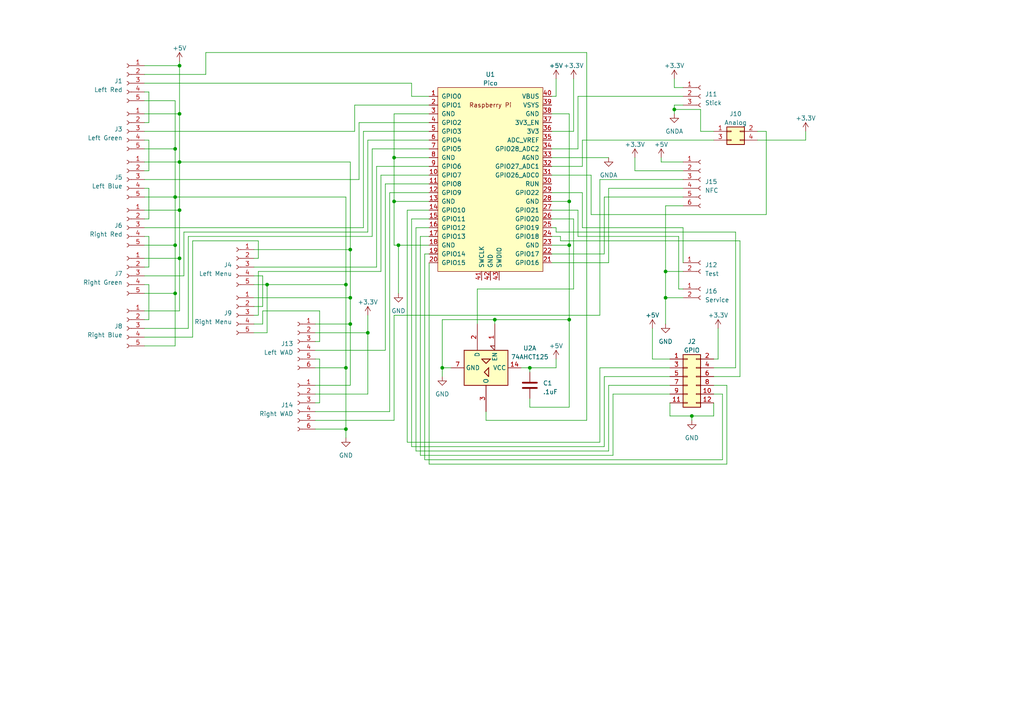
<source format=kicad_sch>
(kicad_sch (version 20230121) (generator eeschema)

  (uuid f3f2bac4-09bd-49df-8873-fbfbf554769c)

  (paper "A4")

  (lib_symbols
    (symbol "74xx_IEEE:74125" (in_bom yes) (on_board yes)
      (property "Reference" "U" (at 6.35 6.35 0)
        (effects (font (size 1.27 1.27)) (justify left bottom))
      )
      (property "Value" "74125" (at 2.54 -7.62 0)
        (effects (font (size 1.27 1.27)) (justify left top))
      )
      (property "Footprint" "" (at 0 0 0)
        (effects (font (size 1.27 1.27)) hide)
      )
      (property "Datasheet" "" (at 0 0 0)
        (effects (font (size 1.27 1.27)) hide)
      )
      (symbol "74125_0_1"
        (rectangle (start -5.08 6.35) (end 5.08 -6.35)
          (stroke (width 0.254) (type default))
          (fill (type background))
        )
        (polyline
          (pts
            (xy -2.54 1.27)
            (xy -2.54 -1.27)
            (xy -1.27 0)
            (xy -2.54 1.27)
            (xy -2.54 1.27)
          )
          (stroke (width 0.254) (type default))
          (fill (type background))
        )
        (polyline
          (pts
            (xy 0 0.762)
            (xy 2.54 0.762)
            (xy 1.27 -0.508)
            (xy 0 0.762)
            (xy 0 0.762)
          )
          (stroke (width 0.254) (type default))
          (fill (type background))
        )
        (pin power_in line (at 0 10.16 270) (length 3.81)
          (name "VCC" (effects (font (size 1.27 1.27))))
          (number "14" (effects (font (size 1.27 1.27))))
        )
        (pin power_in line (at 0 -10.16 90) (length 3.81)
          (name "GND" (effects (font (size 1.27 1.27))))
          (number "7" (effects (font (size 1.27 1.27))))
        )
      )
      (symbol "74125_1_0"
        (pin input input_low (at -12.7 2.54 0) (length 7.62)
          (name "EN" (effects (font (size 1.27 1.27))))
          (number "1" (effects (font (size 1.27 1.27))))
        )
      )
      (symbol "74125_1_1"
        (pin input line (at -12.7 -2.54 0) (length 7.62)
          (name "D" (effects (font (size 1.27 1.27))))
          (number "2" (effects (font (size 1.27 1.27))))
        )
        (pin tri_state line (at 12.7 0 180) (length 7.62)
          (name "O" (effects (font (size 1.27 1.27))))
          (number "3" (effects (font (size 1.27 1.27))))
        )
      )
      (symbol "74125_2_0"
        (pin input input_low (at -12.7 2.54 0) (length 7.62)
          (name "EN" (effects (font (size 1.27 1.27))))
          (number "4" (effects (font (size 1.27 1.27))))
        )
      )
      (symbol "74125_2_1"
        (pin input line (at -12.7 -2.54 0) (length 7.62)
          (name "D" (effects (font (size 1.27 1.27))))
          (number "5" (effects (font (size 1.27 1.27))))
        )
        (pin tri_state line (at 12.7 0 180) (length 7.62)
          (name "O" (effects (font (size 1.27 1.27))))
          (number "6" (effects (font (size 1.27 1.27))))
        )
      )
      (symbol "74125_3_0"
        (pin input input_low (at -12.7 2.54 0) (length 7.62)
          (name "EN" (effects (font (size 1.27 1.27))))
          (number "10" (effects (font (size 1.27 1.27))))
        )
      )
      (symbol "74125_3_1"
        (pin tri_state line (at 12.7 0 180) (length 7.62)
          (name "O" (effects (font (size 1.27 1.27))))
          (number "8" (effects (font (size 1.27 1.27))))
        )
        (pin input line (at -12.7 -2.54 0) (length 7.62)
          (name "D" (effects (font (size 1.27 1.27))))
          (number "9" (effects (font (size 1.27 1.27))))
        )
      )
      (symbol "74125_4_0"
        (pin input input_low (at -12.7 2.54 0) (length 7.62)
          (name "EN" (effects (font (size 1.27 1.27))))
          (number "13" (effects (font (size 1.27 1.27))))
        )
      )
      (symbol "74125_4_1"
        (pin tri_state line (at 12.7 0 180) (length 7.62)
          (name "O" (effects (font (size 1.27 1.27))))
          (number "11" (effects (font (size 1.27 1.27))))
        )
        (pin input line (at -12.7 -2.54 0) (length 7.62)
          (name "D" (effects (font (size 1.27 1.27))))
          (number "12" (effects (font (size 1.27 1.27))))
        )
      )
    )
    (symbol "Connector:Conn_01x02_Socket" (pin_names (offset 1.016) hide) (in_bom yes) (on_board yes)
      (property "Reference" "J" (at 0 2.54 0)
        (effects (font (size 1.27 1.27)))
      )
      (property "Value" "Conn_01x02_Socket" (at 0 -5.08 0)
        (effects (font (size 1.27 1.27)))
      )
      (property "Footprint" "" (at 0 0 0)
        (effects (font (size 1.27 1.27)) hide)
      )
      (property "Datasheet" "~" (at 0 0 0)
        (effects (font (size 1.27 1.27)) hide)
      )
      (property "ki_locked" "" (at 0 0 0)
        (effects (font (size 1.27 1.27)))
      )
      (property "ki_keywords" "connector" (at 0 0 0)
        (effects (font (size 1.27 1.27)) hide)
      )
      (property "ki_description" "Generic connector, single row, 01x02, script generated" (at 0 0 0)
        (effects (font (size 1.27 1.27)) hide)
      )
      (property "ki_fp_filters" "Connector*:*_1x??_*" (at 0 0 0)
        (effects (font (size 1.27 1.27)) hide)
      )
      (symbol "Conn_01x02_Socket_1_1"
        (arc (start 0 -2.032) (mid -0.5058 -2.54) (end 0 -3.048)
          (stroke (width 0.1524) (type default))
          (fill (type none))
        )
        (polyline
          (pts
            (xy -1.27 -2.54)
            (xy -0.508 -2.54)
          )
          (stroke (width 0.1524) (type default))
          (fill (type none))
        )
        (polyline
          (pts
            (xy -1.27 0)
            (xy -0.508 0)
          )
          (stroke (width 0.1524) (type default))
          (fill (type none))
        )
        (arc (start 0 0.508) (mid -0.5058 0) (end 0 -0.508)
          (stroke (width 0.1524) (type default))
          (fill (type none))
        )
        (pin passive line (at -5.08 0 0) (length 3.81)
          (name "Pin_1" (effects (font (size 1.27 1.27))))
          (number "1" (effects (font (size 1.27 1.27))))
        )
        (pin passive line (at -5.08 -2.54 0) (length 3.81)
          (name "Pin_2" (effects (font (size 1.27 1.27))))
          (number "2" (effects (font (size 1.27 1.27))))
        )
      )
    )
    (symbol "Connector:Conn_01x03_Socket" (pin_names (offset 1.016) hide) (in_bom yes) (on_board yes)
      (property "Reference" "J" (at 0 5.08 0)
        (effects (font (size 1.27 1.27)))
      )
      (property "Value" "Conn_01x03_Socket" (at 0 -5.08 0)
        (effects (font (size 1.27 1.27)))
      )
      (property "Footprint" "" (at 0 0 0)
        (effects (font (size 1.27 1.27)) hide)
      )
      (property "Datasheet" "~" (at 0 0 0)
        (effects (font (size 1.27 1.27)) hide)
      )
      (property "ki_locked" "" (at 0 0 0)
        (effects (font (size 1.27 1.27)))
      )
      (property "ki_keywords" "connector" (at 0 0 0)
        (effects (font (size 1.27 1.27)) hide)
      )
      (property "ki_description" "Generic connector, single row, 01x03, script generated" (at 0 0 0)
        (effects (font (size 1.27 1.27)) hide)
      )
      (property "ki_fp_filters" "Connector*:*_1x??_*" (at 0 0 0)
        (effects (font (size 1.27 1.27)) hide)
      )
      (symbol "Conn_01x03_Socket_1_1"
        (arc (start 0 -2.032) (mid -0.5058 -2.54) (end 0 -3.048)
          (stroke (width 0.1524) (type default))
          (fill (type none))
        )
        (polyline
          (pts
            (xy -1.27 -2.54)
            (xy -0.508 -2.54)
          )
          (stroke (width 0.1524) (type default))
          (fill (type none))
        )
        (polyline
          (pts
            (xy -1.27 0)
            (xy -0.508 0)
          )
          (stroke (width 0.1524) (type default))
          (fill (type none))
        )
        (polyline
          (pts
            (xy -1.27 2.54)
            (xy -0.508 2.54)
          )
          (stroke (width 0.1524) (type default))
          (fill (type none))
        )
        (arc (start 0 0.508) (mid -0.5058 0) (end 0 -0.508)
          (stroke (width 0.1524) (type default))
          (fill (type none))
        )
        (arc (start 0 3.048) (mid -0.5058 2.54) (end 0 2.032)
          (stroke (width 0.1524) (type default))
          (fill (type none))
        )
        (pin passive line (at -5.08 2.54 0) (length 3.81)
          (name "Pin_1" (effects (font (size 1.27 1.27))))
          (number "1" (effects (font (size 1.27 1.27))))
        )
        (pin passive line (at -5.08 0 0) (length 3.81)
          (name "Pin_2" (effects (font (size 1.27 1.27))))
          (number "2" (effects (font (size 1.27 1.27))))
        )
        (pin passive line (at -5.08 -2.54 0) (length 3.81)
          (name "Pin_3" (effects (font (size 1.27 1.27))))
          (number "3" (effects (font (size 1.27 1.27))))
        )
      )
    )
    (symbol "Connector:Conn_01x05_Socket" (pin_names (offset 1.016) hide) (in_bom yes) (on_board yes)
      (property "Reference" "J" (at 0 7.62 0)
        (effects (font (size 1.27 1.27)))
      )
      (property "Value" "Conn_01x05_Socket" (at 0 -7.62 0)
        (effects (font (size 1.27 1.27)))
      )
      (property "Footprint" "" (at 0 0 0)
        (effects (font (size 1.27 1.27)) hide)
      )
      (property "Datasheet" "~" (at 0 0 0)
        (effects (font (size 1.27 1.27)) hide)
      )
      (property "ki_locked" "" (at 0 0 0)
        (effects (font (size 1.27 1.27)))
      )
      (property "ki_keywords" "connector" (at 0 0 0)
        (effects (font (size 1.27 1.27)) hide)
      )
      (property "ki_description" "Generic connector, single row, 01x05, script generated" (at 0 0 0)
        (effects (font (size 1.27 1.27)) hide)
      )
      (property "ki_fp_filters" "Connector*:*_1x??_*" (at 0 0 0)
        (effects (font (size 1.27 1.27)) hide)
      )
      (symbol "Conn_01x05_Socket_1_1"
        (arc (start 0 -4.572) (mid -0.5058 -5.08) (end 0 -5.588)
          (stroke (width 0.1524) (type default))
          (fill (type none))
        )
        (arc (start 0 -2.032) (mid -0.5058 -2.54) (end 0 -3.048)
          (stroke (width 0.1524) (type default))
          (fill (type none))
        )
        (polyline
          (pts
            (xy -1.27 -5.08)
            (xy -0.508 -5.08)
          )
          (stroke (width 0.1524) (type default))
          (fill (type none))
        )
        (polyline
          (pts
            (xy -1.27 -2.54)
            (xy -0.508 -2.54)
          )
          (stroke (width 0.1524) (type default))
          (fill (type none))
        )
        (polyline
          (pts
            (xy -1.27 0)
            (xy -0.508 0)
          )
          (stroke (width 0.1524) (type default))
          (fill (type none))
        )
        (polyline
          (pts
            (xy -1.27 2.54)
            (xy -0.508 2.54)
          )
          (stroke (width 0.1524) (type default))
          (fill (type none))
        )
        (polyline
          (pts
            (xy -1.27 5.08)
            (xy -0.508 5.08)
          )
          (stroke (width 0.1524) (type default))
          (fill (type none))
        )
        (arc (start 0 0.508) (mid -0.5058 0) (end 0 -0.508)
          (stroke (width 0.1524) (type default))
          (fill (type none))
        )
        (arc (start 0 3.048) (mid -0.5058 2.54) (end 0 2.032)
          (stroke (width 0.1524) (type default))
          (fill (type none))
        )
        (arc (start 0 5.588) (mid -0.5058 5.08) (end 0 4.572)
          (stroke (width 0.1524) (type default))
          (fill (type none))
        )
        (pin passive line (at -5.08 5.08 0) (length 3.81)
          (name "Pin_1" (effects (font (size 1.27 1.27))))
          (number "1" (effects (font (size 1.27 1.27))))
        )
        (pin passive line (at -5.08 2.54 0) (length 3.81)
          (name "Pin_2" (effects (font (size 1.27 1.27))))
          (number "2" (effects (font (size 1.27 1.27))))
        )
        (pin passive line (at -5.08 0 0) (length 3.81)
          (name "Pin_3" (effects (font (size 1.27 1.27))))
          (number "3" (effects (font (size 1.27 1.27))))
        )
        (pin passive line (at -5.08 -2.54 0) (length 3.81)
          (name "Pin_4" (effects (font (size 1.27 1.27))))
          (number "4" (effects (font (size 1.27 1.27))))
        )
        (pin passive line (at -5.08 -5.08 0) (length 3.81)
          (name "Pin_5" (effects (font (size 1.27 1.27))))
          (number "5" (effects (font (size 1.27 1.27))))
        )
      )
    )
    (symbol "Connector:Conn_01x06_Socket" (pin_names (offset 1.016) hide) (in_bom yes) (on_board yes)
      (property "Reference" "J" (at 0 7.62 0)
        (effects (font (size 1.27 1.27)))
      )
      (property "Value" "Conn_01x06_Socket" (at 0 -10.16 0)
        (effects (font (size 1.27 1.27)))
      )
      (property "Footprint" "" (at 0 0 0)
        (effects (font (size 1.27 1.27)) hide)
      )
      (property "Datasheet" "~" (at 0 0 0)
        (effects (font (size 1.27 1.27)) hide)
      )
      (property "ki_locked" "" (at 0 0 0)
        (effects (font (size 1.27 1.27)))
      )
      (property "ki_keywords" "connector" (at 0 0 0)
        (effects (font (size 1.27 1.27)) hide)
      )
      (property "ki_description" "Generic connector, single row, 01x06, script generated" (at 0 0 0)
        (effects (font (size 1.27 1.27)) hide)
      )
      (property "ki_fp_filters" "Connector*:*_1x??_*" (at 0 0 0)
        (effects (font (size 1.27 1.27)) hide)
      )
      (symbol "Conn_01x06_Socket_1_1"
        (arc (start 0 -7.112) (mid -0.5058 -7.62) (end 0 -8.128)
          (stroke (width 0.1524) (type default))
          (fill (type none))
        )
        (arc (start 0 -4.572) (mid -0.5058 -5.08) (end 0 -5.588)
          (stroke (width 0.1524) (type default))
          (fill (type none))
        )
        (arc (start 0 -2.032) (mid -0.5058 -2.54) (end 0 -3.048)
          (stroke (width 0.1524) (type default))
          (fill (type none))
        )
        (polyline
          (pts
            (xy -1.27 -7.62)
            (xy -0.508 -7.62)
          )
          (stroke (width 0.1524) (type default))
          (fill (type none))
        )
        (polyline
          (pts
            (xy -1.27 -5.08)
            (xy -0.508 -5.08)
          )
          (stroke (width 0.1524) (type default))
          (fill (type none))
        )
        (polyline
          (pts
            (xy -1.27 -2.54)
            (xy -0.508 -2.54)
          )
          (stroke (width 0.1524) (type default))
          (fill (type none))
        )
        (polyline
          (pts
            (xy -1.27 0)
            (xy -0.508 0)
          )
          (stroke (width 0.1524) (type default))
          (fill (type none))
        )
        (polyline
          (pts
            (xy -1.27 2.54)
            (xy -0.508 2.54)
          )
          (stroke (width 0.1524) (type default))
          (fill (type none))
        )
        (polyline
          (pts
            (xy -1.27 5.08)
            (xy -0.508 5.08)
          )
          (stroke (width 0.1524) (type default))
          (fill (type none))
        )
        (arc (start 0 0.508) (mid -0.5058 0) (end 0 -0.508)
          (stroke (width 0.1524) (type default))
          (fill (type none))
        )
        (arc (start 0 3.048) (mid -0.5058 2.54) (end 0 2.032)
          (stroke (width 0.1524) (type default))
          (fill (type none))
        )
        (arc (start 0 5.588) (mid -0.5058 5.08) (end 0 4.572)
          (stroke (width 0.1524) (type default))
          (fill (type none))
        )
        (pin passive line (at -5.08 5.08 0) (length 3.81)
          (name "Pin_1" (effects (font (size 1.27 1.27))))
          (number "1" (effects (font (size 1.27 1.27))))
        )
        (pin passive line (at -5.08 2.54 0) (length 3.81)
          (name "Pin_2" (effects (font (size 1.27 1.27))))
          (number "2" (effects (font (size 1.27 1.27))))
        )
        (pin passive line (at -5.08 0 0) (length 3.81)
          (name "Pin_3" (effects (font (size 1.27 1.27))))
          (number "3" (effects (font (size 1.27 1.27))))
        )
        (pin passive line (at -5.08 -2.54 0) (length 3.81)
          (name "Pin_4" (effects (font (size 1.27 1.27))))
          (number "4" (effects (font (size 1.27 1.27))))
        )
        (pin passive line (at -5.08 -5.08 0) (length 3.81)
          (name "Pin_5" (effects (font (size 1.27 1.27))))
          (number "5" (effects (font (size 1.27 1.27))))
        )
        (pin passive line (at -5.08 -7.62 0) (length 3.81)
          (name "Pin_6" (effects (font (size 1.27 1.27))))
          (number "6" (effects (font (size 1.27 1.27))))
        )
      )
    )
    (symbol "Connector_Generic:Conn_02x02_Odd_Even" (pin_names (offset 1.016) hide) (in_bom yes) (on_board yes)
      (property "Reference" "J" (at 1.27 2.54 0)
        (effects (font (size 1.27 1.27)))
      )
      (property "Value" "Conn_02x02_Odd_Even" (at 1.27 -5.08 0)
        (effects (font (size 1.27 1.27)))
      )
      (property "Footprint" "" (at 0 0 0)
        (effects (font (size 1.27 1.27)) hide)
      )
      (property "Datasheet" "~" (at 0 0 0)
        (effects (font (size 1.27 1.27)) hide)
      )
      (property "ki_keywords" "connector" (at 0 0 0)
        (effects (font (size 1.27 1.27)) hide)
      )
      (property "ki_description" "Generic connector, double row, 02x02, odd/even pin numbering scheme (row 1 odd numbers, row 2 even numbers), script generated (kicad-library-utils/schlib/autogen/connector/)" (at 0 0 0)
        (effects (font (size 1.27 1.27)) hide)
      )
      (property "ki_fp_filters" "Connector*:*_2x??_*" (at 0 0 0)
        (effects (font (size 1.27 1.27)) hide)
      )
      (symbol "Conn_02x02_Odd_Even_1_1"
        (rectangle (start -1.27 -2.413) (end 0 -2.667)
          (stroke (width 0.1524) (type default))
          (fill (type none))
        )
        (rectangle (start -1.27 0.127) (end 0 -0.127)
          (stroke (width 0.1524) (type default))
          (fill (type none))
        )
        (rectangle (start -1.27 1.27) (end 3.81 -3.81)
          (stroke (width 0.254) (type default))
          (fill (type background))
        )
        (rectangle (start 3.81 -2.413) (end 2.54 -2.667)
          (stroke (width 0.1524) (type default))
          (fill (type none))
        )
        (rectangle (start 3.81 0.127) (end 2.54 -0.127)
          (stroke (width 0.1524) (type default))
          (fill (type none))
        )
        (pin passive line (at -5.08 0 0) (length 3.81)
          (name "Pin_1" (effects (font (size 1.27 1.27))))
          (number "1" (effects (font (size 1.27 1.27))))
        )
        (pin passive line (at 7.62 0 180) (length 3.81)
          (name "Pin_2" (effects (font (size 1.27 1.27))))
          (number "2" (effects (font (size 1.27 1.27))))
        )
        (pin passive line (at -5.08 -2.54 0) (length 3.81)
          (name "Pin_3" (effects (font (size 1.27 1.27))))
          (number "3" (effects (font (size 1.27 1.27))))
        )
        (pin passive line (at 7.62 -2.54 180) (length 3.81)
          (name "Pin_4" (effects (font (size 1.27 1.27))))
          (number "4" (effects (font (size 1.27 1.27))))
        )
      )
    )
    (symbol "Connector_Generic:Conn_02x06_Odd_Even" (pin_names (offset 1.016) hide) (in_bom yes) (on_board yes)
      (property "Reference" "J" (at 1.27 7.62 0)
        (effects (font (size 1.27 1.27)))
      )
      (property "Value" "Conn_02x06_Odd_Even" (at 1.27 -10.16 0)
        (effects (font (size 1.27 1.27)))
      )
      (property "Footprint" "" (at 0 0 0)
        (effects (font (size 1.27 1.27)) hide)
      )
      (property "Datasheet" "~" (at 0 0 0)
        (effects (font (size 1.27 1.27)) hide)
      )
      (property "ki_keywords" "connector" (at 0 0 0)
        (effects (font (size 1.27 1.27)) hide)
      )
      (property "ki_description" "Generic connector, double row, 02x06, odd/even pin numbering scheme (row 1 odd numbers, row 2 even numbers), script generated (kicad-library-utils/schlib/autogen/connector/)" (at 0 0 0)
        (effects (font (size 1.27 1.27)) hide)
      )
      (property "ki_fp_filters" "Connector*:*_2x??_*" (at 0 0 0)
        (effects (font (size 1.27 1.27)) hide)
      )
      (symbol "Conn_02x06_Odd_Even_1_1"
        (rectangle (start -1.27 -7.493) (end 0 -7.747)
          (stroke (width 0.1524) (type default))
          (fill (type none))
        )
        (rectangle (start -1.27 -4.953) (end 0 -5.207)
          (stroke (width 0.1524) (type default))
          (fill (type none))
        )
        (rectangle (start -1.27 -2.413) (end 0 -2.667)
          (stroke (width 0.1524) (type default))
          (fill (type none))
        )
        (rectangle (start -1.27 0.127) (end 0 -0.127)
          (stroke (width 0.1524) (type default))
          (fill (type none))
        )
        (rectangle (start -1.27 2.667) (end 0 2.413)
          (stroke (width 0.1524) (type default))
          (fill (type none))
        )
        (rectangle (start -1.27 5.207) (end 0 4.953)
          (stroke (width 0.1524) (type default))
          (fill (type none))
        )
        (rectangle (start -1.27 6.35) (end 3.81 -8.89)
          (stroke (width 0.254) (type default))
          (fill (type background))
        )
        (rectangle (start 3.81 -7.493) (end 2.54 -7.747)
          (stroke (width 0.1524) (type default))
          (fill (type none))
        )
        (rectangle (start 3.81 -4.953) (end 2.54 -5.207)
          (stroke (width 0.1524) (type default))
          (fill (type none))
        )
        (rectangle (start 3.81 -2.413) (end 2.54 -2.667)
          (stroke (width 0.1524) (type default))
          (fill (type none))
        )
        (rectangle (start 3.81 0.127) (end 2.54 -0.127)
          (stroke (width 0.1524) (type default))
          (fill (type none))
        )
        (rectangle (start 3.81 2.667) (end 2.54 2.413)
          (stroke (width 0.1524) (type default))
          (fill (type none))
        )
        (rectangle (start 3.81 5.207) (end 2.54 4.953)
          (stroke (width 0.1524) (type default))
          (fill (type none))
        )
        (pin passive line (at -5.08 5.08 0) (length 3.81)
          (name "Pin_1" (effects (font (size 1.27 1.27))))
          (number "1" (effects (font (size 1.27 1.27))))
        )
        (pin passive line (at 7.62 -5.08 180) (length 3.81)
          (name "Pin_10" (effects (font (size 1.27 1.27))))
          (number "10" (effects (font (size 1.27 1.27))))
        )
        (pin passive line (at -5.08 -7.62 0) (length 3.81)
          (name "Pin_11" (effects (font (size 1.27 1.27))))
          (number "11" (effects (font (size 1.27 1.27))))
        )
        (pin passive line (at 7.62 -7.62 180) (length 3.81)
          (name "Pin_12" (effects (font (size 1.27 1.27))))
          (number "12" (effects (font (size 1.27 1.27))))
        )
        (pin passive line (at 7.62 5.08 180) (length 3.81)
          (name "Pin_2" (effects (font (size 1.27 1.27))))
          (number "2" (effects (font (size 1.27 1.27))))
        )
        (pin passive line (at -5.08 2.54 0) (length 3.81)
          (name "Pin_3" (effects (font (size 1.27 1.27))))
          (number "3" (effects (font (size 1.27 1.27))))
        )
        (pin passive line (at 7.62 2.54 180) (length 3.81)
          (name "Pin_4" (effects (font (size 1.27 1.27))))
          (number "4" (effects (font (size 1.27 1.27))))
        )
        (pin passive line (at -5.08 0 0) (length 3.81)
          (name "Pin_5" (effects (font (size 1.27 1.27))))
          (number "5" (effects (font (size 1.27 1.27))))
        )
        (pin passive line (at 7.62 0 180) (length 3.81)
          (name "Pin_6" (effects (font (size 1.27 1.27))))
          (number "6" (effects (font (size 1.27 1.27))))
        )
        (pin passive line (at -5.08 -2.54 0) (length 3.81)
          (name "Pin_7" (effects (font (size 1.27 1.27))))
          (number "7" (effects (font (size 1.27 1.27))))
        )
        (pin passive line (at 7.62 -2.54 180) (length 3.81)
          (name "Pin_8" (effects (font (size 1.27 1.27))))
          (number "8" (effects (font (size 1.27 1.27))))
        )
        (pin passive line (at -5.08 -5.08 0) (length 3.81)
          (name "Pin_9" (effects (font (size 1.27 1.27))))
          (number "9" (effects (font (size 1.27 1.27))))
        )
      )
    )
    (symbol "Device:C" (pin_numbers hide) (pin_names (offset 0.254)) (in_bom yes) (on_board yes)
      (property "Reference" "C" (at 0.635 2.54 0)
        (effects (font (size 1.27 1.27)) (justify left))
      )
      (property "Value" "C" (at 0.635 -2.54 0)
        (effects (font (size 1.27 1.27)) (justify left))
      )
      (property "Footprint" "" (at 0.9652 -3.81 0)
        (effects (font (size 1.27 1.27)) hide)
      )
      (property "Datasheet" "~" (at 0 0 0)
        (effects (font (size 1.27 1.27)) hide)
      )
      (property "ki_keywords" "cap capacitor" (at 0 0 0)
        (effects (font (size 1.27 1.27)) hide)
      )
      (property "ki_description" "Unpolarized capacitor" (at 0 0 0)
        (effects (font (size 1.27 1.27)) hide)
      )
      (property "ki_fp_filters" "C_*" (at 0 0 0)
        (effects (font (size 1.27 1.27)) hide)
      )
      (symbol "C_0_1"
        (polyline
          (pts
            (xy -2.032 -0.762)
            (xy 2.032 -0.762)
          )
          (stroke (width 0.508) (type default))
          (fill (type none))
        )
        (polyline
          (pts
            (xy -2.032 0.762)
            (xy 2.032 0.762)
          )
          (stroke (width 0.508) (type default))
          (fill (type none))
        )
      )
      (symbol "C_1_1"
        (pin passive line (at 0 3.81 270) (length 2.794)
          (name "~" (effects (font (size 1.27 1.27))))
          (number "1" (effects (font (size 1.27 1.27))))
        )
        (pin passive line (at 0 -3.81 90) (length 2.794)
          (name "~" (effects (font (size 1.27 1.27))))
          (number "2" (effects (font (size 1.27 1.27))))
        )
      )
    )
    (symbol "Pi Pico:Pico" (pin_names (offset 1.016)) (in_bom yes) (on_board yes)
      (property "Reference" "U" (at -13.97 27.94 0)
        (effects (font (size 1.27 1.27)))
      )
      (property "Value" "Pico" (at 0 19.05 0)
        (effects (font (size 1.27 1.27)))
      )
      (property "Footprint" "RPi_Pico_SMD_TH\"" (at 0 0 90)
        (effects (font (size 1.27 1.27)) hide)
      )
      (property "Datasheet" "" (at 0 0 0)
        (effects (font (size 1.27 1.27)) hide)
      )
      (symbol "Pico_0_0"
        (text "Raspberry Pi" (at 0 21.59 0)
          (effects (font (size 1.27 1.27)))
        )
      )
      (symbol "Pico_0_1"
        (rectangle (start -15.24 26.67) (end 15.24 -26.67)
          (stroke (width 0) (type solid))
          (fill (type background))
        )
      )
      (symbol "Pico_1_1"
        (pin bidirectional line (at -17.78 24.13 0) (length 2.54)
          (name "GPIO0" (effects (font (size 1.27 1.27))))
          (number "1" (effects (font (size 1.27 1.27))))
        )
        (pin bidirectional line (at -17.78 1.27 0) (length 2.54)
          (name "GPIO7" (effects (font (size 1.27 1.27))))
          (number "10" (effects (font (size 1.27 1.27))))
        )
        (pin bidirectional line (at -17.78 -1.27 0) (length 2.54)
          (name "GPIO8" (effects (font (size 1.27 1.27))))
          (number "11" (effects (font (size 1.27 1.27))))
        )
        (pin bidirectional line (at -17.78 -3.81 0) (length 2.54)
          (name "GPIO9" (effects (font (size 1.27 1.27))))
          (number "12" (effects (font (size 1.27 1.27))))
        )
        (pin power_in line (at -17.78 -6.35 0) (length 2.54)
          (name "GND" (effects (font (size 1.27 1.27))))
          (number "13" (effects (font (size 1.27 1.27))))
        )
        (pin bidirectional line (at -17.78 -8.89 0) (length 2.54)
          (name "GPIO10" (effects (font (size 1.27 1.27))))
          (number "14" (effects (font (size 1.27 1.27))))
        )
        (pin bidirectional line (at -17.78 -11.43 0) (length 2.54)
          (name "GPIO11" (effects (font (size 1.27 1.27))))
          (number "15" (effects (font (size 1.27 1.27))))
        )
        (pin bidirectional line (at -17.78 -13.97 0) (length 2.54)
          (name "GPIO12" (effects (font (size 1.27 1.27))))
          (number "16" (effects (font (size 1.27 1.27))))
        )
        (pin bidirectional line (at -17.78 -16.51 0) (length 2.54)
          (name "GPIO13" (effects (font (size 1.27 1.27))))
          (number "17" (effects (font (size 1.27 1.27))))
        )
        (pin power_in line (at -17.78 -19.05 0) (length 2.54)
          (name "GND" (effects (font (size 1.27 1.27))))
          (number "18" (effects (font (size 1.27 1.27))))
        )
        (pin bidirectional line (at -17.78 -21.59 0) (length 2.54)
          (name "GPIO14" (effects (font (size 1.27 1.27))))
          (number "19" (effects (font (size 1.27 1.27))))
        )
        (pin bidirectional line (at -17.78 21.59 0) (length 2.54)
          (name "GPIO1" (effects (font (size 1.27 1.27))))
          (number "2" (effects (font (size 1.27 1.27))))
        )
        (pin bidirectional line (at -17.78 -24.13 0) (length 2.54)
          (name "GPIO15" (effects (font (size 1.27 1.27))))
          (number "20" (effects (font (size 1.27 1.27))))
        )
        (pin bidirectional line (at 17.78 -24.13 180) (length 2.54)
          (name "GPIO16" (effects (font (size 1.27 1.27))))
          (number "21" (effects (font (size 1.27 1.27))))
        )
        (pin bidirectional line (at 17.78 -21.59 180) (length 2.54)
          (name "GPIO17" (effects (font (size 1.27 1.27))))
          (number "22" (effects (font (size 1.27 1.27))))
        )
        (pin power_in line (at 17.78 -19.05 180) (length 2.54)
          (name "GND" (effects (font (size 1.27 1.27))))
          (number "23" (effects (font (size 1.27 1.27))))
        )
        (pin bidirectional line (at 17.78 -16.51 180) (length 2.54)
          (name "GPIO18" (effects (font (size 1.27 1.27))))
          (number "24" (effects (font (size 1.27 1.27))))
        )
        (pin bidirectional line (at 17.78 -13.97 180) (length 2.54)
          (name "GPIO19" (effects (font (size 1.27 1.27))))
          (number "25" (effects (font (size 1.27 1.27))))
        )
        (pin bidirectional line (at 17.78 -11.43 180) (length 2.54)
          (name "GPIO20" (effects (font (size 1.27 1.27))))
          (number "26" (effects (font (size 1.27 1.27))))
        )
        (pin bidirectional line (at 17.78 -8.89 180) (length 2.54)
          (name "GPIO21" (effects (font (size 1.27 1.27))))
          (number "27" (effects (font (size 1.27 1.27))))
        )
        (pin power_in line (at 17.78 -6.35 180) (length 2.54)
          (name "GND" (effects (font (size 1.27 1.27))))
          (number "28" (effects (font (size 1.27 1.27))))
        )
        (pin bidirectional line (at 17.78 -3.81 180) (length 2.54)
          (name "GPIO22" (effects (font (size 1.27 1.27))))
          (number "29" (effects (font (size 1.27 1.27))))
        )
        (pin power_in line (at -17.78 19.05 0) (length 2.54)
          (name "GND" (effects (font (size 1.27 1.27))))
          (number "3" (effects (font (size 1.27 1.27))))
        )
        (pin input line (at 17.78 -1.27 180) (length 2.54)
          (name "RUN" (effects (font (size 1.27 1.27))))
          (number "30" (effects (font (size 1.27 1.27))))
        )
        (pin bidirectional line (at 17.78 1.27 180) (length 2.54)
          (name "GPIO26_ADC0" (effects (font (size 1.27 1.27))))
          (number "31" (effects (font (size 1.27 1.27))))
        )
        (pin bidirectional line (at 17.78 3.81 180) (length 2.54)
          (name "GPIO27_ADC1" (effects (font (size 1.27 1.27))))
          (number "32" (effects (font (size 1.27 1.27))))
        )
        (pin power_in line (at 17.78 6.35 180) (length 2.54)
          (name "AGND" (effects (font (size 1.27 1.27))))
          (number "33" (effects (font (size 1.27 1.27))))
        )
        (pin bidirectional line (at 17.78 8.89 180) (length 2.54)
          (name "GPIO28_ADC2" (effects (font (size 1.27 1.27))))
          (number "34" (effects (font (size 1.27 1.27))))
        )
        (pin unspecified line (at 17.78 11.43 180) (length 2.54)
          (name "ADC_VREF" (effects (font (size 1.27 1.27))))
          (number "35" (effects (font (size 1.27 1.27))))
        )
        (pin unspecified line (at 17.78 13.97 180) (length 2.54)
          (name "3V3" (effects (font (size 1.27 1.27))))
          (number "36" (effects (font (size 1.27 1.27))))
        )
        (pin input line (at 17.78 16.51 180) (length 2.54)
          (name "3V3_EN" (effects (font (size 1.27 1.27))))
          (number "37" (effects (font (size 1.27 1.27))))
        )
        (pin bidirectional line (at 17.78 19.05 180) (length 2.54)
          (name "GND" (effects (font (size 1.27 1.27))))
          (number "38" (effects (font (size 1.27 1.27))))
        )
        (pin unspecified line (at 17.78 21.59 180) (length 2.54)
          (name "VSYS" (effects (font (size 1.27 1.27))))
          (number "39" (effects (font (size 1.27 1.27))))
        )
        (pin bidirectional line (at -17.78 16.51 0) (length 2.54)
          (name "GPIO2" (effects (font (size 1.27 1.27))))
          (number "4" (effects (font (size 1.27 1.27))))
        )
        (pin unspecified line (at 17.78 24.13 180) (length 2.54)
          (name "VBUS" (effects (font (size 1.27 1.27))))
          (number "40" (effects (font (size 1.27 1.27))))
        )
        (pin input line (at -2.54 -29.21 90) (length 2.54)
          (name "SWCLK" (effects (font (size 1.27 1.27))))
          (number "41" (effects (font (size 1.27 1.27))))
        )
        (pin power_in line (at 0 -29.21 90) (length 2.54)
          (name "GND" (effects (font (size 1.27 1.27))))
          (number "42" (effects (font (size 1.27 1.27))))
        )
        (pin bidirectional line (at 2.54 -29.21 90) (length 2.54)
          (name "SWDIO" (effects (font (size 1.27 1.27))))
          (number "43" (effects (font (size 1.27 1.27))))
        )
        (pin bidirectional line (at -17.78 13.97 0) (length 2.54)
          (name "GPIO3" (effects (font (size 1.27 1.27))))
          (number "5" (effects (font (size 1.27 1.27))))
        )
        (pin bidirectional line (at -17.78 11.43 0) (length 2.54)
          (name "GPIO4" (effects (font (size 1.27 1.27))))
          (number "6" (effects (font (size 1.27 1.27))))
        )
        (pin bidirectional line (at -17.78 8.89 0) (length 2.54)
          (name "GPIO5" (effects (font (size 1.27 1.27))))
          (number "7" (effects (font (size 1.27 1.27))))
        )
        (pin power_in line (at -17.78 6.35 0) (length 2.54)
          (name "GND" (effects (font (size 1.27 1.27))))
          (number "8" (effects (font (size 1.27 1.27))))
        )
        (pin bidirectional line (at -17.78 3.81 0) (length 2.54)
          (name "GPIO6" (effects (font (size 1.27 1.27))))
          (number "9" (effects (font (size 1.27 1.27))))
        )
      )
    )
    (symbol "power:+3.3V" (power) (pin_names (offset 0)) (in_bom yes) (on_board yes)
      (property "Reference" "#PWR" (at 0 -3.81 0)
        (effects (font (size 1.27 1.27)) hide)
      )
      (property "Value" "+3.3V" (at 0 3.556 0)
        (effects (font (size 1.27 1.27)))
      )
      (property "Footprint" "" (at 0 0 0)
        (effects (font (size 1.27 1.27)) hide)
      )
      (property "Datasheet" "" (at 0 0 0)
        (effects (font (size 1.27 1.27)) hide)
      )
      (property "ki_keywords" "global power" (at 0 0 0)
        (effects (font (size 1.27 1.27)) hide)
      )
      (property "ki_description" "Power symbol creates a global label with name \"+3.3V\"" (at 0 0 0)
        (effects (font (size 1.27 1.27)) hide)
      )
      (symbol "+3.3V_0_1"
        (polyline
          (pts
            (xy -0.762 1.27)
            (xy 0 2.54)
          )
          (stroke (width 0) (type default))
          (fill (type none))
        )
        (polyline
          (pts
            (xy 0 0)
            (xy 0 2.54)
          )
          (stroke (width 0) (type default))
          (fill (type none))
        )
        (polyline
          (pts
            (xy 0 2.54)
            (xy 0.762 1.27)
          )
          (stroke (width 0) (type default))
          (fill (type none))
        )
      )
      (symbol "+3.3V_1_1"
        (pin power_in line (at 0 0 90) (length 0) hide
          (name "+3.3V" (effects (font (size 1.27 1.27))))
          (number "1" (effects (font (size 1.27 1.27))))
        )
      )
    )
    (symbol "power:+5V" (power) (pin_names (offset 0)) (in_bom yes) (on_board yes)
      (property "Reference" "#PWR" (at 0 -3.81 0)
        (effects (font (size 1.27 1.27)) hide)
      )
      (property "Value" "+5V" (at 0 3.556 0)
        (effects (font (size 1.27 1.27)))
      )
      (property "Footprint" "" (at 0 0 0)
        (effects (font (size 1.27 1.27)) hide)
      )
      (property "Datasheet" "" (at 0 0 0)
        (effects (font (size 1.27 1.27)) hide)
      )
      (property "ki_keywords" "global power" (at 0 0 0)
        (effects (font (size 1.27 1.27)) hide)
      )
      (property "ki_description" "Power symbol creates a global label with name \"+5V\"" (at 0 0 0)
        (effects (font (size 1.27 1.27)) hide)
      )
      (symbol "+5V_0_1"
        (polyline
          (pts
            (xy -0.762 1.27)
            (xy 0 2.54)
          )
          (stroke (width 0) (type default))
          (fill (type none))
        )
        (polyline
          (pts
            (xy 0 0)
            (xy 0 2.54)
          )
          (stroke (width 0) (type default))
          (fill (type none))
        )
        (polyline
          (pts
            (xy 0 2.54)
            (xy 0.762 1.27)
          )
          (stroke (width 0) (type default))
          (fill (type none))
        )
      )
      (symbol "+5V_1_1"
        (pin power_in line (at 0 0 90) (length 0) hide
          (name "+5V" (effects (font (size 1.27 1.27))))
          (number "1" (effects (font (size 1.27 1.27))))
        )
      )
    )
    (symbol "power:GND" (power) (pin_names (offset 0)) (in_bom yes) (on_board yes)
      (property "Reference" "#PWR" (at 0 -6.35 0)
        (effects (font (size 1.27 1.27)) hide)
      )
      (property "Value" "GND" (at 0 -3.81 0)
        (effects (font (size 1.27 1.27)))
      )
      (property "Footprint" "" (at 0 0 0)
        (effects (font (size 1.27 1.27)) hide)
      )
      (property "Datasheet" "" (at 0 0 0)
        (effects (font (size 1.27 1.27)) hide)
      )
      (property "ki_keywords" "global power" (at 0 0 0)
        (effects (font (size 1.27 1.27)) hide)
      )
      (property "ki_description" "Power symbol creates a global label with name \"GND\" , ground" (at 0 0 0)
        (effects (font (size 1.27 1.27)) hide)
      )
      (symbol "GND_0_1"
        (polyline
          (pts
            (xy 0 0)
            (xy 0 -1.27)
            (xy 1.27 -1.27)
            (xy 0 -2.54)
            (xy -1.27 -1.27)
            (xy 0 -1.27)
          )
          (stroke (width 0) (type default))
          (fill (type none))
        )
      )
      (symbol "GND_1_1"
        (pin power_in line (at 0 0 270) (length 0) hide
          (name "GND" (effects (font (size 1.27 1.27))))
          (number "1" (effects (font (size 1.27 1.27))))
        )
      )
    )
    (symbol "power:GNDA" (power) (pin_names (offset 0)) (in_bom yes) (on_board yes)
      (property "Reference" "#PWR" (at 0 -6.35 0)
        (effects (font (size 1.27 1.27)) hide)
      )
      (property "Value" "GNDA" (at 0 -3.81 0)
        (effects (font (size 1.27 1.27)))
      )
      (property "Footprint" "" (at 0 0 0)
        (effects (font (size 1.27 1.27)) hide)
      )
      (property "Datasheet" "" (at 0 0 0)
        (effects (font (size 1.27 1.27)) hide)
      )
      (property "ki_keywords" "global power" (at 0 0 0)
        (effects (font (size 1.27 1.27)) hide)
      )
      (property "ki_description" "Power symbol creates a global label with name \"GNDA\" , analog ground" (at 0 0 0)
        (effects (font (size 1.27 1.27)) hide)
      )
      (symbol "GNDA_0_1"
        (polyline
          (pts
            (xy 0 0)
            (xy 0 -1.27)
            (xy 1.27 -1.27)
            (xy 0 -2.54)
            (xy -1.27 -1.27)
            (xy 0 -1.27)
          )
          (stroke (width 0) (type default))
          (fill (type none))
        )
      )
      (symbol "GNDA_1_1"
        (pin power_in line (at 0 0 270) (length 0) hide
          (name "GNDA" (effects (font (size 1.27 1.27))))
          (number "1" (effects (font (size 1.27 1.27))))
        )
      )
    )
  )

  (junction (at 50.8 43.18) (diameter 0) (color 0 0 0 0)
    (uuid 05cd2aea-4917-4104-a1b1-d0603af995da)
  )
  (junction (at 52.07 46.99) (diameter 0) (color 0 0 0 0)
    (uuid 0a14e02e-7d80-4d32-9cb0-6d48ace740b1)
  )
  (junction (at 50.8 85.09) (diameter 0) (color 0 0 0 0)
    (uuid 1b97e531-efa0-4ffe-9749-c3348fa8a912)
  )
  (junction (at 193.04 86.36) (diameter 0) (color 0 0 0 0)
    (uuid 231e1119-0b56-405c-b288-b262c7421e02)
  )
  (junction (at 100.33 106.68) (diameter 0) (color 0 0 0 0)
    (uuid 236e1aa0-28d1-4069-aac7-0b2963500bda)
  )
  (junction (at 114.3 45.72) (diameter 0) (color 0 0 0 0)
    (uuid 2be6ee23-9e7a-4dbc-8a54-31e20c3ce0e5)
  )
  (junction (at 115.57 71.12) (diameter 0) (color 0 0 0 0)
    (uuid 3731d5b4-203d-4bb9-b715-05c75f5f2936)
  )
  (junction (at 114.3 58.42) (diameter 0) (color 0 0 0 0)
    (uuid 3e9b611f-8dda-48b8-8648-39b46241dec9)
  )
  (junction (at 100.33 82.55) (diameter 0) (color 0 0 0 0)
    (uuid 4dfc6cae-066f-4f17-a564-9cdf1f460c9d)
  )
  (junction (at 153.67 106.68) (diameter 0) (color 0 0 0 0)
    (uuid 606553c6-2094-4fd9-92e6-2d0baa6a7d79)
  )
  (junction (at 52.07 60.96) (diameter 0) (color 0 0 0 0)
    (uuid 62571d3a-dc9a-4c05-ac49-1c5757eeae1c)
  )
  (junction (at 106.68 96.52) (diameter 0) (color 0 0 0 0)
    (uuid 654e53d4-bfaa-43da-8057-cd9652a23543)
  )
  (junction (at 195.58 31.75) (diameter 0) (color 0 0 0 0)
    (uuid 690af357-acbc-4f41-ab7f-89bec16d7f61)
  )
  (junction (at 165.1 58.42) (diameter 0) (color 0 0 0 0)
    (uuid 7527ff14-449a-4a0a-84f9-d8f739f23c23)
  )
  (junction (at 128.27 106.68) (diameter 0) (color 0 0 0 0)
    (uuid 758b62c6-a53a-4ad6-a72c-6de242236801)
  )
  (junction (at 165.1 71.12) (diameter 0) (color 0 0 0 0)
    (uuid 7656258d-6114-4149-9a4f-eb282b6729a2)
  )
  (junction (at 50.8 57.15) (diameter 0) (color 0 0 0 0)
    (uuid 9317e09c-b5c6-4127-af7a-02474108b1a3)
  )
  (junction (at 52.07 33.02) (diameter 0) (color 0 0 0 0)
    (uuid 9390561d-6ec5-4bff-a0fd-5830f4019373)
  )
  (junction (at 52.07 74.93) (diameter 0) (color 0 0 0 0)
    (uuid 9511d4f6-50de-4d94-9f85-fdf4c0e39899)
  )
  (junction (at 50.8 71.12) (diameter 0) (color 0 0 0 0)
    (uuid bcd04241-8048-45ad-952a-a5463734e7f0)
  )
  (junction (at 101.6 86.36) (diameter 0) (color 0 0 0 0)
    (uuid bfa7c291-2762-4c43-97b7-b23148883541)
  )
  (junction (at 52.07 19.05) (diameter 0) (color 0 0 0 0)
    (uuid c4eb6f67-fb10-4c46-a25b-e46f31f6db84)
  )
  (junction (at 101.6 72.39) (diameter 0) (color 0 0 0 0)
    (uuid ce16b704-988a-42d4-a374-ddb54f1754f6)
  )
  (junction (at 143.51 92.71) (diameter 0) (color 0 0 0 0)
    (uuid dc78f651-b4f0-4083-ae38-2f4fc1dfcafb)
  )
  (junction (at 200.66 120.65) (diameter 0) (color 0 0 0 0)
    (uuid e2783fe4-6b94-45d2-b0a7-80dfdaf867b2)
  )
  (junction (at 193.04 78.74) (diameter 0) (color 0 0 0 0)
    (uuid e62bae97-bd1b-4bdf-a1b2-b19b6a5771e1)
  )
  (junction (at 77.47 82.55) (diameter 0) (color 0 0 0 0)
    (uuid eecde112-f72a-49aa-8d84-8622a3b955c3)
  )
  (junction (at 100.33 124.46) (diameter 0) (color 0 0 0 0)
    (uuid f028d75f-3faf-4013-b740-34b81da14492)
  )
  (junction (at 101.6 93.98) (diameter 0) (color 0 0 0 0)
    (uuid f2b60462-a103-45d0-88cf-6c1e24ad6b14)
  )
  (junction (at 165.1 92.71) (diameter 0) (color 0 0 0 0)
    (uuid f8586866-d309-4f44-b04d-ae3b0522d7d8)
  )

  (wire (pts (xy 106.68 40.64) (xy 106.68 67.31))
    (stroke (width 0) (type default))
    (uuid 01d193ec-f6b5-4ab7-a880-3d657f729b70)
  )
  (wire (pts (xy 160.02 45.72) (xy 176.53 45.72))
    (stroke (width 0) (type default))
    (uuid 01efe8d0-d60a-46ea-9f0c-9d3e099d285b)
  )
  (wire (pts (xy 160.02 68.58) (xy 162.56 68.58))
    (stroke (width 0) (type default))
    (uuid 0209953a-18e1-42e6-85a8-26004112fbd7)
  )
  (wire (pts (xy 41.91 52.07) (xy 104.14 52.07))
    (stroke (width 0) (type default))
    (uuid 0220960d-da99-4ad0-bf23-8e6d1952f362)
  )
  (wire (pts (xy 41.91 26.67) (xy 43.18 26.67))
    (stroke (width 0) (type default))
    (uuid 0241c94e-1c30-476a-80ac-757f3149507a)
  )
  (wire (pts (xy 43.18 35.56) (xy 41.91 35.56))
    (stroke (width 0) (type default))
    (uuid 05456f94-12b7-4d0b-bb12-c7d49b721513)
  )
  (wire (pts (xy 189.23 104.14) (xy 189.23 95.25))
    (stroke (width 0) (type default))
    (uuid 072e7e05-7811-40f1-916e-b263ecb70ba5)
  )
  (wire (pts (xy 50.8 43.18) (xy 50.8 57.15))
    (stroke (width 0) (type default))
    (uuid 078351e3-b93b-4e5a-a391-f186ffb5db68)
  )
  (wire (pts (xy 109.22 48.26) (xy 109.22 77.47))
    (stroke (width 0) (type default))
    (uuid 08152f2f-fc7c-4478-b525-98597101f792)
  )
  (wire (pts (xy 111.76 101.6) (xy 111.76 53.34))
    (stroke (width 0) (type default))
    (uuid 09acab77-e2ce-4eb5-b3c4-0fdcebb3eba6)
  )
  (wire (pts (xy 167.64 27.94) (xy 167.64 43.18))
    (stroke (width 0) (type default))
    (uuid 09c53b42-3224-4f6b-bdc3-46ef3445fa7f)
  )
  (wire (pts (xy 124.46 73.66) (xy 123.19 73.66))
    (stroke (width 0) (type default))
    (uuid 0af5f23f-37be-4405-8a6b-4eb73de8e99c)
  )
  (wire (pts (xy 120.65 130.81) (xy 176.53 130.81))
    (stroke (width 0) (type default))
    (uuid 0c0c362c-b2b9-46a6-bd9f-55a2942063aa)
  )
  (wire (pts (xy 73.66 96.52) (xy 77.47 96.52))
    (stroke (width 0) (type default))
    (uuid 0c4cae7a-5bf0-41d3-9816-6eb7d47e97c6)
  )
  (wire (pts (xy 153.67 118.11) (xy 165.1 118.11))
    (stroke (width 0) (type default))
    (uuid 0de8ede2-3e25-4c6c-b8e2-77abb429c297)
  )
  (wire (pts (xy 52.07 46.99) (xy 52.07 60.96))
    (stroke (width 0) (type default))
    (uuid 0ead685c-41b0-4bc4-a7e8-5f6194f01bcc)
  )
  (wire (pts (xy 41.91 21.59) (xy 59.69 21.59))
    (stroke (width 0) (type default))
    (uuid 104cb571-cdd9-4c93-9dd2-cc62097d836a)
  )
  (wire (pts (xy 193.04 59.69) (xy 193.04 78.74))
    (stroke (width 0) (type default))
    (uuid 10a8b837-7918-48e7-9e19-b4a0f281977b)
  )
  (wire (pts (xy 167.64 68.58) (xy 167.64 60.96))
    (stroke (width 0) (type default))
    (uuid 10e304f7-d492-47aa-89b4-8c25d684abc2)
  )
  (wire (pts (xy 193.04 86.36) (xy 198.12 86.36))
    (stroke (width 0) (type default))
    (uuid 13543f8d-0a68-4bca-9c04-db266e436633)
  )
  (wire (pts (xy 124.46 55.88) (xy 113.03 55.88))
    (stroke (width 0) (type default))
    (uuid 13bb85dc-7ead-493e-9699-2b152a043029)
  )
  (wire (pts (xy 167.64 43.18) (xy 160.02 43.18))
    (stroke (width 0) (type default))
    (uuid 13df83e8-7e51-4292-ba56-0988734b3166)
  )
  (wire (pts (xy 214.63 69.85) (xy 214.63 109.22))
    (stroke (width 0) (type default))
    (uuid 14e2d442-54a5-49fc-91e5-230e8970ffef)
  )
  (wire (pts (xy 124.46 40.64) (xy 106.68 40.64))
    (stroke (width 0) (type default))
    (uuid 1594c408-18b5-4245-9f7e-a4ac33f6e290)
  )
  (wire (pts (xy 110.49 78.74) (xy 74.93 78.74))
    (stroke (width 0) (type default))
    (uuid 16690283-947b-4753-bb33-f45f8ffd7fcb)
  )
  (wire (pts (xy 41.91 90.17) (xy 52.07 90.17))
    (stroke (width 0) (type default))
    (uuid 16704127-372d-4987-bb1d-2bfb4c07be58)
  )
  (wire (pts (xy 115.57 71.12) (xy 115.57 85.09))
    (stroke (width 0) (type default))
    (uuid 1ac662ba-81a1-4c04-9299-b30b9e9d4842)
  )
  (wire (pts (xy 100.33 106.68) (xy 100.33 124.46))
    (stroke (width 0) (type default))
    (uuid 1b21e42b-2068-427d-80d4-f4368fa89a08)
  )
  (wire (pts (xy 114.3 91.44) (xy 173.99 91.44))
    (stroke (width 0) (type default))
    (uuid 1da9531f-efbc-4ca7-9399-4c9ac60e9d40)
  )
  (wire (pts (xy 105.41 38.1) (xy 105.41 66.04))
    (stroke (width 0) (type default))
    (uuid 1df9185d-bbb8-447c-8411-18dd60679e36)
  )
  (wire (pts (xy 222.25 38.1) (xy 222.25 62.23))
    (stroke (width 0) (type default))
    (uuid 1eb221b9-00f9-4cf7-b763-cb9bee9a0c5c)
  )
  (wire (pts (xy 210.82 134.62) (xy 210.82 111.76))
    (stroke (width 0) (type default))
    (uuid 1f8ca394-50ac-4dd0-8215-9a1101f6c9ae)
  )
  (wire (pts (xy 113.03 119.38) (xy 91.44 119.38))
    (stroke (width 0) (type default))
    (uuid 23b764a7-7574-4cdc-b4be-1f04d3c44f34)
  )
  (wire (pts (xy 91.44 124.46) (xy 100.33 124.46))
    (stroke (width 0) (type default))
    (uuid 23bb1b20-62ae-4389-ad21-08b6c4e534d9)
  )
  (wire (pts (xy 73.66 74.93) (xy 74.93 74.93))
    (stroke (width 0) (type default))
    (uuid 240bcf04-e560-4ffa-8cf5-6f159f6c3be9)
  )
  (wire (pts (xy 55.88 69.85) (xy 55.88 97.79))
    (stroke (width 0) (type default))
    (uuid 24840eac-6849-4584-91d2-cee153132bb8)
  )
  (wire (pts (xy 100.33 57.15) (xy 100.33 82.55))
    (stroke (width 0) (type default))
    (uuid 2598a5db-7d99-4d7c-b0e1-219399c5e99e)
  )
  (wire (pts (xy 168.91 66.04) (xy 168.91 55.88))
    (stroke (width 0) (type default))
    (uuid 2708c47f-0862-4927-991f-04f2902bc1b1)
  )
  (wire (pts (xy 165.1 71.12) (xy 160.02 71.12))
    (stroke (width 0) (type default))
    (uuid 2720018c-fe08-452b-a507-42f263debb7d)
  )
  (wire (pts (xy 153.67 106.68) (xy 151.13 106.68))
    (stroke (width 0) (type default))
    (uuid 284cbf25-774d-43f7-8418-6cade66d18a5)
  )
  (wire (pts (xy 114.3 91.44) (xy 114.3 121.92))
    (stroke (width 0) (type default))
    (uuid 294938f5-7ca4-4d70-a473-ac97d4bc814a)
  )
  (wire (pts (xy 53.34 67.31) (xy 53.34 80.01))
    (stroke (width 0) (type default))
    (uuid 2a62699a-e3a6-44be-bd37-515801a45a26)
  )
  (wire (pts (xy 193.04 78.74) (xy 193.04 86.36))
    (stroke (width 0) (type default))
    (uuid 2b3b84c2-65ba-422a-bfdb-2f96f338ec3f)
  )
  (wire (pts (xy 50.8 57.15) (xy 50.8 71.12))
    (stroke (width 0) (type default))
    (uuid 2d78b434-1b05-41c0-bc94-78dfb3fc0c1d)
  )
  (wire (pts (xy 41.91 60.96) (xy 52.07 60.96))
    (stroke (width 0) (type default))
    (uuid 2f244bc7-21c5-4d67-9263-c21a54911b99)
  )
  (wire (pts (xy 128.27 106.68) (xy 128.27 109.22))
    (stroke (width 0) (type default))
    (uuid 308fc33c-18bb-4deb-8310-def74e564515)
  )
  (wire (pts (xy 119.38 24.13) (xy 119.38 27.94))
    (stroke (width 0) (type default))
    (uuid 3153f7bb-1ccf-4374-b707-a58077767be1)
  )
  (wire (pts (xy 207.01 120.65) (xy 200.66 120.65))
    (stroke (width 0) (type default))
    (uuid 31a5fbe2-c1dc-4fff-9dd1-3f81d69e7a9d)
  )
  (wire (pts (xy 214.63 109.22) (xy 207.01 109.22))
    (stroke (width 0) (type default))
    (uuid 31b51599-4787-4186-827a-74ff3ec94cd7)
  )
  (wire (pts (xy 50.8 71.12) (xy 50.8 85.09))
    (stroke (width 0) (type default))
    (uuid 336c4939-86c6-4427-b0e7-c585b7fb1722)
  )
  (wire (pts (xy 110.49 50.8) (xy 110.49 78.74))
    (stroke (width 0) (type default))
    (uuid 339e9e95-492d-446a-bc64-dbe3b1e003ba)
  )
  (wire (pts (xy 41.91 33.02) (xy 52.07 33.02))
    (stroke (width 0) (type default))
    (uuid 3450aec2-5408-4586-b5c9-3383fd182693)
  )
  (wire (pts (xy 195.58 25.4) (xy 195.58 22.86))
    (stroke (width 0) (type default))
    (uuid 34a40ac1-0080-4f8c-85b3-035e22af31f4)
  )
  (wire (pts (xy 153.67 106.68) (xy 161.29 106.68))
    (stroke (width 0) (type default))
    (uuid 34f0032c-1ae8-401f-93b4-e4e288c4bda9)
  )
  (wire (pts (xy 111.76 53.34) (xy 124.46 53.34))
    (stroke (width 0) (type default))
    (uuid 34f0e753-e5c9-46e8-83a8-db30cd5c45b7)
  )
  (wire (pts (xy 194.31 116.84) (xy 194.31 120.65))
    (stroke (width 0) (type default))
    (uuid 35356d1e-790d-4958-9fac-93fc3050cafb)
  )
  (wire (pts (xy 124.46 76.2) (xy 124.46 134.62))
    (stroke (width 0) (type default))
    (uuid 35373cd7-d5a0-4457-9cae-7b721e31c0a4)
  )
  (wire (pts (xy 106.68 114.3) (xy 91.44 114.3))
    (stroke (width 0) (type default))
    (uuid 3698edc9-a106-4261-b1bd-02f5fa140121)
  )
  (wire (pts (xy 114.3 45.72) (xy 114.3 58.42))
    (stroke (width 0) (type default))
    (uuid 36cdbd07-3706-415b-b26a-6fe8ad8203e3)
  )
  (wire (pts (xy 52.07 33.02) (xy 52.07 19.05))
    (stroke (width 0) (type default))
    (uuid 37b4dffe-8709-4ae8-a27d-cdba21aa545c)
  )
  (wire (pts (xy 41.91 54.61) (xy 43.18 54.61))
    (stroke (width 0) (type default))
    (uuid 386ea088-dde3-4817-9bfe-32b594ed4d3d)
  )
  (wire (pts (xy 175.26 57.15) (xy 175.26 73.66))
    (stroke (width 0) (type default))
    (uuid 38f5b4d9-0bb2-4413-9bf3-6743a573d0af)
  )
  (wire (pts (xy 194.31 104.14) (xy 189.23 104.14))
    (stroke (width 0) (type default))
    (uuid 39f148b1-f286-4244-a766-9658cfbe0e9b)
  )
  (wire (pts (xy 41.91 19.05) (xy 52.07 19.05))
    (stroke (width 0) (type default))
    (uuid 3a83be50-a821-4223-9a8c-9a17ec02e0c1)
  )
  (wire (pts (xy 124.46 38.1) (xy 105.41 38.1))
    (stroke (width 0) (type default))
    (uuid 3bd38e10-f8f2-4f97-b3ee-118112437fcd)
  )
  (wire (pts (xy 105.41 66.04) (xy 41.91 66.04))
    (stroke (width 0) (type default))
    (uuid 3cbd27ec-c73d-4b1b-b619-c6f5f2e02676)
  )
  (wire (pts (xy 198.12 54.61) (xy 176.53 54.61))
    (stroke (width 0) (type default))
    (uuid 3f841efa-c8db-41ea-b31e-11c57f595a46)
  )
  (wire (pts (xy 52.07 46.99) (xy 52.07 33.02))
    (stroke (width 0) (type default))
    (uuid 415cf783-d518-45b6-b04a-536fea899116)
  )
  (wire (pts (xy 106.68 96.52) (xy 106.68 114.3))
    (stroke (width 0) (type default))
    (uuid 47d87eca-9727-446b-b5f3-b48e59172fb3)
  )
  (wire (pts (xy 166.37 38.1) (xy 160.02 38.1))
    (stroke (width 0) (type default))
    (uuid 4962976f-eed8-4814-b05a-e0bf6b5020eb)
  )
  (wire (pts (xy 118.11 60.96) (xy 118.11 128.27))
    (stroke (width 0) (type default))
    (uuid 4c1cd2b3-1d99-4846-b3da-837f799c5a18)
  )
  (wire (pts (xy 92.71 99.06) (xy 92.71 90.17))
    (stroke (width 0) (type default))
    (uuid 4d40a802-c725-437e-a43f-d99abd7d7133)
  )
  (wire (pts (xy 167.64 60.96) (xy 160.02 60.96))
    (stroke (width 0) (type default))
    (uuid 4dab6e36-5967-4e11-a2f2-965c9c6317c8)
  )
  (wire (pts (xy 173.99 128.27) (xy 173.99 106.68))
    (stroke (width 0) (type default))
    (uuid 4dc972df-f7bb-43e5-9f77-5476f4d7d95b)
  )
  (wire (pts (xy 198.12 66.04) (xy 168.91 66.04))
    (stroke (width 0) (type default))
    (uuid 4fde9d5d-a421-4bc6-a036-e01ce572f5b6)
  )
  (wire (pts (xy 76.2 80.01) (xy 76.2 88.9))
    (stroke (width 0) (type default))
    (uuid 506d78a1-54f5-4cd3-9d6f-cdc5d12cc7c6)
  )
  (wire (pts (xy 222.25 62.23) (xy 171.45 62.23))
    (stroke (width 0) (type default))
    (uuid 515ec681-fb92-4138-9dbb-5d95c33a0c55)
  )
  (wire (pts (xy 193.04 78.74) (xy 198.12 78.74))
    (stroke (width 0) (type default))
    (uuid 549a1ad4-643e-4f7a-ab0d-833049dd49f2)
  )
  (wire (pts (xy 207.01 116.84) (xy 207.01 120.65))
    (stroke (width 0) (type default))
    (uuid 557e26dc-7793-489b-8b11-912e75c85591)
  )
  (wire (pts (xy 130.81 106.68) (xy 128.27 106.68))
    (stroke (width 0) (type default))
    (uuid 5590e946-055d-4900-b8c5-43d7f355bc5e)
  )
  (wire (pts (xy 195.58 30.48) (xy 195.58 31.75))
    (stroke (width 0) (type default))
    (uuid 566db234-39c4-4943-b9cc-a463ef52bd1e)
  )
  (wire (pts (xy 114.3 58.42) (xy 114.3 71.12))
    (stroke (width 0) (type default))
    (uuid 56c32f4d-d0f8-4623-ac63-857677e4c649)
  )
  (wire (pts (xy 50.8 85.09) (xy 41.91 85.09))
    (stroke (width 0) (type default))
    (uuid 56d52e14-d505-40dc-9cb1-6633b9404ed9)
  )
  (wire (pts (xy 121.92 132.08) (xy 177.8 132.08))
    (stroke (width 0) (type default))
    (uuid 5887a531-4c5b-492e-86ff-61223d1d02be)
  )
  (wire (pts (xy 43.18 40.64) (xy 43.18 49.53))
    (stroke (width 0) (type default))
    (uuid 588ba927-3b8a-4d8f-bd9e-e5c2419de975)
  )
  (wire (pts (xy 160.02 33.02) (xy 165.1 33.02))
    (stroke (width 0) (type default))
    (uuid 594ec9ab-1255-41b4-9236-06d692c9a63e)
  )
  (wire (pts (xy 102.87 38.1) (xy 102.87 30.48))
    (stroke (width 0) (type default))
    (uuid 5a39d7cd-e332-40c2-bbe6-2410ddd56e00)
  )
  (wire (pts (xy 118.11 128.27) (xy 173.99 128.27))
    (stroke (width 0) (type default))
    (uuid 5af603b7-9b62-4108-9c40-ec0785c4a82a)
  )
  (wire (pts (xy 41.91 40.64) (xy 43.18 40.64))
    (stroke (width 0) (type default))
    (uuid 5b0b08d1-9208-4739-94a9-b3ef6eec9fbf)
  )
  (wire (pts (xy 170.18 121.92) (xy 140.97 121.92))
    (stroke (width 0) (type default))
    (uuid 5d17254b-9613-4cf0-9b21-d05bfed5ead8)
  )
  (wire (pts (xy 41.91 74.93) (xy 52.07 74.93))
    (stroke (width 0) (type default))
    (uuid 5db89b21-dbc8-4efd-bace-0a3ec857ca44)
  )
  (wire (pts (xy 198.12 57.15) (xy 175.26 57.15))
    (stroke (width 0) (type default))
    (uuid 5e9c3621-c5d8-4b71-8f1d-b74bb9a34807)
  )
  (wire (pts (xy 91.44 111.76) (xy 101.6 111.76))
    (stroke (width 0) (type default))
    (uuid 6140fa34-1f41-483c-b74f-7834887d7569)
  )
  (wire (pts (xy 184.15 45.72) (xy 184.15 49.53))
    (stroke (width 0) (type default))
    (uuid 62d30a9f-e167-4c72-9cd0-336bac51c831)
  )
  (wire (pts (xy 213.36 67.31) (xy 213.36 106.68))
    (stroke (width 0) (type default))
    (uuid 62e2b8c9-bf31-47f9-810e-64a8daeb81a7)
  )
  (wire (pts (xy 203.2 38.1) (xy 203.2 31.75))
    (stroke (width 0) (type default))
    (uuid 6479002e-3d3c-4699-87bb-7caddc70e6f0)
  )
  (wire (pts (xy 115.57 71.12) (xy 124.46 71.12))
    (stroke (width 0) (type default))
    (uuid 664c2e84-fefd-421f-80b0-80d62f88b60d)
  )
  (wire (pts (xy 140.97 121.92) (xy 140.97 119.38))
    (stroke (width 0) (type default))
    (uuid 67462038-f601-4254-b2ed-0727f543f6ce)
  )
  (wire (pts (xy 91.44 93.98) (xy 101.6 93.98))
    (stroke (width 0) (type default))
    (uuid 689fd9a6-2c1d-497f-982d-ed2db2b50117)
  )
  (wire (pts (xy 124.46 50.8) (xy 110.49 50.8))
    (stroke (width 0) (type default))
    (uuid 69157eae-bddb-45ef-9275-e3411f09dbe8)
  )
  (wire (pts (xy 43.18 49.53) (xy 41.91 49.53))
    (stroke (width 0) (type default))
    (uuid 694e6498-fbaa-463d-a2e3-fa5b1f531879)
  )
  (wire (pts (xy 123.19 73.66) (xy 123.19 133.35))
    (stroke (width 0) (type default))
    (uuid 69ebc7bc-8f6f-401f-9d25-48902478113e)
  )
  (wire (pts (xy 207.01 38.1) (xy 203.2 38.1))
    (stroke (width 0) (type default))
    (uuid 6c779108-279d-433a-9748-acde37ead1b7)
  )
  (wire (pts (xy 55.88 97.79) (xy 41.91 97.79))
    (stroke (width 0) (type default))
    (uuid 6cbd507e-c3b2-4110-be0e-1cfc97a1bebf)
  )
  (wire (pts (xy 162.56 69.85) (xy 214.63 69.85))
    (stroke (width 0) (type default))
    (uuid 6e305bd8-d36a-4d92-9071-0cb933f365ef)
  )
  (wire (pts (xy 50.8 29.21) (xy 50.8 43.18))
    (stroke (width 0) (type default))
    (uuid 6e60904d-795a-4ebf-95bc-73bf0e773933)
  )
  (wire (pts (xy 100.33 82.55) (xy 100.33 106.68))
    (stroke (width 0) (type default))
    (uuid 70eb6394-8c16-4ae4-a466-0b08a3815ba8)
  )
  (wire (pts (xy 92.71 104.14) (xy 92.71 116.84))
    (stroke (width 0) (type default))
    (uuid 734f7b43-fdae-4dfe-99a2-3b35bc35e2b6)
  )
  (wire (pts (xy 153.67 115.57) (xy 153.67 118.11))
    (stroke (width 0) (type default))
    (uuid 75f3a01f-3287-45bf-af36-32865292b124)
  )
  (wire (pts (xy 196.85 83.82) (xy 196.85 68.58))
    (stroke (width 0) (type default))
    (uuid 77945fab-47b1-477b-98dc-308c2717305b)
  )
  (wire (pts (xy 74.93 78.74) (xy 74.93 91.44))
    (stroke (width 0) (type default))
    (uuid 78c10dea-62f7-4585-b4ce-a35479c37a9a)
  )
  (wire (pts (xy 123.19 133.35) (xy 209.55 133.35))
    (stroke (width 0) (type default))
    (uuid 79c23332-3ecb-4686-950b-32fd3e74c778)
  )
  (wire (pts (xy 203.2 31.75) (xy 195.58 31.75))
    (stroke (width 0) (type default))
    (uuid 7a1ce58b-55b5-4002-b8d0-ade36a580677)
  )
  (wire (pts (xy 138.43 83.82) (xy 166.37 83.82))
    (stroke (width 0) (type default))
    (uuid 7a7e0490-12a1-4b05-9a96-244fa5e525cf)
  )
  (wire (pts (xy 198.12 46.99) (xy 191.77 46.99))
    (stroke (width 0) (type default))
    (uuid 7b16b0a4-62d8-49d8-969a-2e8334602575)
  )
  (wire (pts (xy 52.07 74.93) (xy 52.07 90.17))
    (stroke (width 0) (type default))
    (uuid 7d2b17c0-d62e-48bc-a604-e95f124d0d00)
  )
  (wire (pts (xy 43.18 54.61) (xy 43.18 63.5))
    (stroke (width 0) (type default))
    (uuid 7dc35300-5d2a-4151-a225-070f35168e9b)
  )
  (wire (pts (xy 161.29 67.31) (xy 213.36 67.31))
    (stroke (width 0) (type default))
    (uuid 81c2c106-ea60-491d-892c-1d93d302e28b)
  )
  (wire (pts (xy 59.69 15.24) (xy 170.18 15.24))
    (stroke (width 0) (type default))
    (uuid 81e92432-3b6e-452b-b86a-bd7dcc7c230c)
  )
  (wire (pts (xy 55.88 69.85) (xy 74.93 69.85))
    (stroke (width 0) (type default))
    (uuid 83243ca4-9e83-41af-8ea4-cc8841ce3bb7)
  )
  (wire (pts (xy 128.27 92.71) (xy 143.51 92.71))
    (stroke (width 0) (type default))
    (uuid 83409409-6420-4ae4-a9ae-cb793f1b7912)
  )
  (wire (pts (xy 43.18 82.55) (xy 43.18 92.71))
    (stroke (width 0) (type default))
    (uuid 84163305-a480-4b91-a783-5deaec2db497)
  )
  (wire (pts (xy 114.3 33.02) (xy 114.3 45.72))
    (stroke (width 0) (type default))
    (uuid 862eced3-7374-4b91-8d61-50b8e29d913d)
  )
  (wire (pts (xy 193.04 86.36) (xy 193.04 93.98))
    (stroke (width 0) (type default))
    (uuid 871451a7-94b8-4029-aa6c-2e6fb068c9c6)
  )
  (wire (pts (xy 160.02 76.2) (xy 176.53 76.2))
    (stroke (width 0) (type default))
    (uuid 88b23e4f-fb22-46e9-8d02-aea7b4c00354)
  )
  (wire (pts (xy 114.3 45.72) (xy 124.46 45.72))
    (stroke (width 0) (type default))
    (uuid 89aef90a-5144-489d-8a2d-bcb5f0262279)
  )
  (wire (pts (xy 177.8 114.3) (xy 194.31 114.3))
    (stroke (width 0) (type default))
    (uuid 8a2b3845-2b67-4107-a231-b7c8d4ee61a9)
  )
  (wire (pts (xy 124.46 68.58) (xy 121.92 68.58))
    (stroke (width 0) (type default))
    (uuid 8b00e560-5332-42fb-98fa-339d55787b7b)
  )
  (wire (pts (xy 91.44 104.14) (xy 92.71 104.14))
    (stroke (width 0) (type default))
    (uuid 8b4f40f0-9fbf-4784-9ef2-2bd7b01773fb)
  )
  (wire (pts (xy 73.66 82.55) (xy 77.47 82.55))
    (stroke (width 0) (type default))
    (uuid 8b8c0716-ab35-4a92-9aa4-01c8f43cc402)
  )
  (wire (pts (xy 153.67 106.68) (xy 153.67 107.95))
    (stroke (width 0) (type default))
    (uuid 8bcb72ad-d31f-4222-8e02-0c8ae706ff90)
  )
  (wire (pts (xy 50.8 100.33) (xy 41.91 100.33))
    (stroke (width 0) (type default))
    (uuid 8c4cbeb5-eccd-48cb-ac8b-d525916d9711)
  )
  (wire (pts (xy 41.91 57.15) (xy 50.8 57.15))
    (stroke (width 0) (type default))
    (uuid 8c8ec0c8-3fd4-44b3-a807-f8fa75182e33)
  )
  (wire (pts (xy 43.18 92.71) (xy 41.91 92.71))
    (stroke (width 0) (type default))
    (uuid 8dbcd6ce-55a3-40c6-8ff9-9ebca92b8067)
  )
  (wire (pts (xy 200.66 120.65) (xy 200.66 121.92))
    (stroke (width 0) (type default))
    (uuid 8e4d3e7a-02ca-4a67-947e-f755f1c712e6)
  )
  (wire (pts (xy 198.12 76.2) (xy 198.12 66.04))
    (stroke (width 0) (type default))
    (uuid 8e5cdd58-ba49-419d-a5cc-8ff7ce231557)
  )
  (wire (pts (xy 113.03 55.88) (xy 113.03 119.38))
    (stroke (width 0) (type default))
    (uuid 8f4165b3-8e37-407d-a28c-69a5c085a9e7)
  )
  (wire (pts (xy 170.18 15.24) (xy 170.18 121.92))
    (stroke (width 0) (type default))
    (uuid 8f7fcaab-1b5c-4490-8018-e89dd7d6c26d)
  )
  (wire (pts (xy 100.33 124.46) (xy 100.33 127))
    (stroke (width 0) (type default))
    (uuid 907b8734-30eb-453b-895a-a58f4b5a8852)
  )
  (wire (pts (xy 119.38 129.54) (xy 175.26 129.54))
    (stroke (width 0) (type default))
    (uuid 90dde455-a258-4124-b982-5972df33132d)
  )
  (wire (pts (xy 222.25 38.1) (xy 219.71 38.1))
    (stroke (width 0) (type default))
    (uuid 91384168-4205-4bd4-b20a-536ea7bb350e)
  )
  (wire (pts (xy 54.61 95.25) (xy 41.91 95.25))
    (stroke (width 0) (type default))
    (uuid 928e3bfc-10cf-4652-a7b2-ab651150f28f)
  )
  (wire (pts (xy 171.45 50.8) (xy 160.02 50.8))
    (stroke (width 0) (type default))
    (uuid 94e27c69-eead-46c6-84c1-34e43a05beba)
  )
  (wire (pts (xy 219.71 40.64) (xy 233.68 40.64))
    (stroke (width 0) (type default))
    (uuid 95941737-282f-4520-91be-dee2fdb5a108)
  )
  (wire (pts (xy 92.71 116.84) (xy 91.44 116.84))
    (stroke (width 0) (type default))
    (uuid 95a56b96-609e-4955-94e6-17efa4ee5300)
  )
  (wire (pts (xy 102.87 30.48) (xy 124.46 30.48))
    (stroke (width 0) (type default))
    (uuid 971a43a4-6665-446b-b9ae-fbb656835c6c)
  )
  (wire (pts (xy 175.26 73.66) (xy 160.02 73.66))
    (stroke (width 0) (type default))
    (uuid 97ae1bd5-ef15-4f1d-b189-ed63533533fe)
  )
  (wire (pts (xy 177.8 132.08) (xy 177.8 114.3))
    (stroke (width 0) (type default))
    (uuid 97f36e94-8af4-4899-97f2-991242ade463)
  )
  (wire (pts (xy 124.46 48.26) (xy 109.22 48.26))
    (stroke (width 0) (type default))
    (uuid 9beb246f-4563-4c47-accc-88acb513388d)
  )
  (wire (pts (xy 213.36 106.68) (xy 207.01 106.68))
    (stroke (width 0) (type default))
    (uuid 9cf6f9fd-0597-4242-98ae-04927a63051b)
  )
  (wire (pts (xy 198.12 83.82) (xy 196.85 83.82))
    (stroke (width 0) (type default))
    (uuid 9de5fc11-a86d-4c0a-b5ad-c0207dde6a16)
  )
  (wire (pts (xy 73.66 80.01) (xy 76.2 80.01))
    (stroke (width 0) (type default))
    (uuid 9e15414d-e4e5-4e32-87de-578d80f603ef)
  )
  (wire (pts (xy 198.12 52.07) (xy 173.99 52.07))
    (stroke (width 0) (type default))
    (uuid 9eb6e360-7c70-4d30-846a-e0474118cc63)
  )
  (wire (pts (xy 124.46 63.5) (xy 119.38 63.5))
    (stroke (width 0) (type default))
    (uuid 9fc8c32e-2cf7-4e0f-85ba-9be292d7b5de)
  )
  (wire (pts (xy 176.53 130.81) (xy 176.53 111.76))
    (stroke (width 0) (type default))
    (uuid a01e2395-6557-4f92-bf2e-c81168010a57)
  )
  (wire (pts (xy 209.55 114.3) (xy 207.01 114.3))
    (stroke (width 0) (type default))
    (uuid a0a13bf9-8f84-456f-9be0-46a8f9bcd6ee)
  )
  (wire (pts (xy 43.18 26.67) (xy 43.18 35.56))
    (stroke (width 0) (type default))
    (uuid a1340e59-294d-4c18-ad20-34b3f0eb1625)
  )
  (wire (pts (xy 73.66 88.9) (xy 76.2 88.9))
    (stroke (width 0) (type default))
    (uuid a2f7415d-d9cf-45e5-b8de-cabc0a39e990)
  )
  (wire (pts (xy 54.61 68.58) (xy 54.61 95.25))
    (stroke (width 0) (type default))
    (uuid a2fefeef-5054-430a-83e5-3d2415a8304d)
  )
  (wire (pts (xy 41.91 38.1) (xy 102.87 38.1))
    (stroke (width 0) (type default))
    (uuid a396c200-0265-4922-ae61-385d17681858)
  )
  (wire (pts (xy 101.6 72.39) (xy 101.6 86.36))
    (stroke (width 0) (type default))
    (uuid a49d768a-b944-46ab-bf6f-8c948439bd91)
  )
  (wire (pts (xy 115.57 71.12) (xy 114.3 71.12))
    (stroke (width 0) (type default))
    (uuid a4de7a75-fb7d-476d-9ff8-1311e452557b)
  )
  (wire (pts (xy 166.37 22.86) (xy 166.37 38.1))
    (stroke (width 0) (type default))
    (uuid a5b95d8c-f9df-4ec2-b521-590b84af2ba6)
  )
  (wire (pts (xy 124.46 134.62) (xy 210.82 134.62))
    (stroke (width 0) (type default))
    (uuid a7938252-d77d-4f09-8e93-eee2fc518715)
  )
  (wire (pts (xy 121.92 68.58) (xy 121.92 132.08))
    (stroke (width 0) (type default))
    (uuid a875fde3-4077-4a1a-985d-741652e9c08f)
  )
  (wire (pts (xy 209.55 133.35) (xy 209.55 114.3))
    (stroke (width 0) (type default))
    (uuid a9c62bfa-0e60-4cd5-95fd-7b7e712738b9)
  )
  (wire (pts (xy 208.28 104.14) (xy 208.28 95.25))
    (stroke (width 0) (type default))
    (uuid ac2d6836-5692-4ce7-9487-0cd85a219a90)
  )
  (wire (pts (xy 124.46 43.18) (xy 107.95 43.18))
    (stroke (width 0) (type default))
    (uuid ac970157-a921-4ce9-88f3-ce5146647d7d)
  )
  (wire (pts (xy 91.44 99.06) (xy 92.71 99.06))
    (stroke (width 0) (type default))
    (uuid ad711b0e-6350-4f91-9e00-0cf99b64b32f)
  )
  (wire (pts (xy 106.68 91.44) (xy 106.68 96.52))
    (stroke (width 0) (type default))
    (uuid ad7c82ab-3c1d-4945-bfa0-b2b7461c549d)
  )
  (wire (pts (xy 160.02 66.04) (xy 161.29 66.04))
    (stroke (width 0) (type default))
    (uuid ae8925d0-48ff-4170-9dd9-775aaa9e87b0)
  )
  (wire (pts (xy 165.1 71.12) (xy 165.1 92.71))
    (stroke (width 0) (type default))
    (uuid aec9c6cb-47d4-419e-bbe8-17a092ff1d60)
  )
  (wire (pts (xy 92.71 90.17) (xy 76.2 90.17))
    (stroke (width 0) (type default))
    (uuid aee98168-af09-42ec-a893-8a0b3805a7d3)
  )
  (wire (pts (xy 41.91 43.18) (xy 50.8 43.18))
    (stroke (width 0) (type default))
    (uuid b0986be8-4420-4334-a090-4d8e2005b323)
  )
  (wire (pts (xy 107.95 68.58) (xy 54.61 68.58))
    (stroke (width 0) (type default))
    (uuid b197887b-29bb-48f6-aee7-862c9f48e621)
  )
  (wire (pts (xy 143.51 92.71) (xy 165.1 92.71))
    (stroke (width 0) (type default))
    (uuid b1a66016-93f1-4b48-9bbd-0983544fd9d6)
  )
  (wire (pts (xy 162.56 68.58) (xy 162.56 69.85))
    (stroke (width 0) (type default))
    (uuid b265791e-acfe-4dfc-a2af-741e7d021a88)
  )
  (wire (pts (xy 107.95 43.18) (xy 107.95 68.58))
    (stroke (width 0) (type default))
    (uuid b2fae738-4d02-4e17-b1f8-2d8376b6ecda)
  )
  (wire (pts (xy 114.3 121.92) (xy 91.44 121.92))
    (stroke (width 0) (type default))
    (uuid b6d7ce29-9443-47b2-9a3a-0c41881bf7ee)
  )
  (wire (pts (xy 198.12 59.69) (xy 193.04 59.69))
    (stroke (width 0) (type default))
    (uuid b6f50bd7-3318-4a73-b493-d6e0ca09d589)
  )
  (wire (pts (xy 166.37 63.5) (xy 166.37 83.82))
    (stroke (width 0) (type default))
    (uuid b75d3d27-389a-4c35-bed2-4183dff08fb9)
  )
  (wire (pts (xy 168.91 40.64) (xy 168.91 48.26))
    (stroke (width 0) (type default))
    (uuid bb04540b-4587-4327-9b9b-8c0cf8d26259)
  )
  (wire (pts (xy 160.02 27.94) (xy 161.29 27.94))
    (stroke (width 0) (type default))
    (uuid bb946b53-62bd-4675-aa68-00a9beb1db93)
  )
  (wire (pts (xy 91.44 106.68) (xy 100.33 106.68))
    (stroke (width 0) (type default))
    (uuid bc1f0ea7-2a06-4695-ad96-32cff004136a)
  )
  (wire (pts (xy 124.46 66.04) (xy 120.65 66.04))
    (stroke (width 0) (type default))
    (uuid bc98e0bf-a3e8-40b1-b1d0-28a0e66a0bd0)
  )
  (wire (pts (xy 161.29 27.94) (xy 161.29 22.86))
    (stroke (width 0) (type default))
    (uuid bcae777e-d7d7-4dd9-be36-1e0ea22a7577)
  )
  (wire (pts (xy 74.93 91.44) (xy 73.66 91.44))
    (stroke (width 0) (type default))
    (uuid bcb3ebdd-5521-49f7-9e90-c473c2788007)
  )
  (wire (pts (xy 196.85 68.58) (xy 167.64 68.58))
    (stroke (width 0) (type default))
    (uuid bd11bed0-d321-485a-aa57-af1e438839bc)
  )
  (wire (pts (xy 106.68 67.31) (xy 53.34 67.31))
    (stroke (width 0) (type default))
    (uuid bd9d5ffa-e14c-41e0-be8c-f6755dfa85d7)
  )
  (wire (pts (xy 73.66 72.39) (xy 101.6 72.39))
    (stroke (width 0) (type default))
    (uuid bf118c43-9098-4991-a1b4-e3d8f986c605)
  )
  (wire (pts (xy 50.8 85.09) (xy 50.8 100.33))
    (stroke (width 0) (type default))
    (uuid c21bb179-5791-4ce6-977b-98312b4664da)
  )
  (wire (pts (xy 160.02 58.42) (xy 165.1 58.42))
    (stroke (width 0) (type default))
    (uuid c2e585e2-a5cd-4819-8111-77e576eee1ef)
  )
  (wire (pts (xy 59.69 21.59) (xy 59.69 15.24))
    (stroke (width 0) (type default))
    (uuid c43a6261-8a32-4ddd-b118-851bea9edd24)
  )
  (wire (pts (xy 198.12 30.48) (xy 195.58 30.48))
    (stroke (width 0) (type default))
    (uuid c47e5a31-ce3c-464d-815f-ee8b562d695a)
  )
  (wire (pts (xy 77.47 82.55) (xy 77.47 96.52))
    (stroke (width 0) (type default))
    (uuid c584665d-290c-4735-890e-23b3b1e2bb62)
  )
  (wire (pts (xy 165.1 58.42) (xy 165.1 33.02))
    (stroke (width 0) (type default))
    (uuid c66b210d-19f5-42ae-90c7-e9d39ff5a48c)
  )
  (wire (pts (xy 184.15 49.53) (xy 198.12 49.53))
    (stroke (width 0) (type default))
    (uuid c7ee3744-c67c-4a6e-b3f2-54573a7a7b4c)
  )
  (wire (pts (xy 233.68 40.64) (xy 233.68 38.1))
    (stroke (width 0) (type default))
    (uuid c8bb5d90-93fa-428b-b127-39256b4f79ef)
  )
  (wire (pts (xy 104.14 35.56) (xy 124.46 35.56))
    (stroke (width 0) (type default))
    (uuid c98bb5a2-c0d1-4616-bda0-c5a2a2a9edc2)
  )
  (wire (pts (xy 124.46 33.02) (xy 114.3 33.02))
    (stroke (width 0) (type default))
    (uuid c9ef2001-ac6f-4c8b-a762-3d2d7014c3fc)
  )
  (wire (pts (xy 114.3 58.42) (xy 124.46 58.42))
    (stroke (width 0) (type default))
    (uuid ce25d50f-8375-47b2-8dfe-b578a57bccc5)
  )
  (wire (pts (xy 175.26 109.22) (xy 194.31 109.22))
    (stroke (width 0) (type default))
    (uuid cebefeeb-7e1a-4e03-befa-cae262af2e5d)
  )
  (wire (pts (xy 53.34 80.01) (xy 41.91 80.01))
    (stroke (width 0) (type default))
    (uuid cf30ef8e-5b97-4fa7-9ae1-f491b838a78b)
  )
  (wire (pts (xy 119.38 63.5) (xy 119.38 129.54))
    (stroke (width 0) (type default))
    (uuid cf691035-68c2-487c-9068-a08948280e9b)
  )
  (wire (pts (xy 106.68 96.52) (xy 91.44 96.52))
    (stroke (width 0) (type default))
    (uuid d0145287-b918-4f2c-9be5-cd45d83ffe9d)
  )
  (wire (pts (xy 195.58 31.75) (xy 195.58 33.02))
    (stroke (width 0) (type default))
    (uuid d11e1b4b-d7e1-4849-94c2-739391393019)
  )
  (wire (pts (xy 120.65 66.04) (xy 120.65 130.81))
    (stroke (width 0) (type default))
    (uuid d142ac4e-9d7c-4ac6-80e1-e9e80c945e68)
  )
  (wire (pts (xy 176.53 111.76) (xy 194.31 111.76))
    (stroke (width 0) (type default))
    (uuid d23b2044-7917-42e0-adb6-b71061143067)
  )
  (wire (pts (xy 165.1 92.71) (xy 165.1 118.11))
    (stroke (width 0) (type default))
    (uuid d27336a7-d10b-4552-a9b1-d43056737f5f)
  )
  (wire (pts (xy 101.6 46.99) (xy 52.07 46.99))
    (stroke (width 0) (type default))
    (uuid d38eacea-83bf-46f1-a6da-4d64c4592793)
  )
  (wire (pts (xy 41.91 68.58) (xy 43.18 68.58))
    (stroke (width 0) (type default))
    (uuid d6151a83-603b-441d-8bb9-fab3ab183c84)
  )
  (wire (pts (xy 52.07 19.05) (xy 52.07 17.78))
    (stroke (width 0) (type default))
    (uuid d76444b3-3682-481d-8114-9730356deb0b)
  )
  (wire (pts (xy 124.46 60.96) (xy 118.11 60.96))
    (stroke (width 0) (type default))
    (uuid d791c603-be5d-4a19-8b7c-558adbc180f7)
  )
  (wire (pts (xy 119.38 27.94) (xy 124.46 27.94))
    (stroke (width 0) (type default))
    (uuid d931dc0c-6883-4ceb-82b4-83a9d9f13b86)
  )
  (wire (pts (xy 210.82 111.76) (xy 207.01 111.76))
    (stroke (width 0) (type default))
    (uuid d98b76ba-beaf-4afd-996d-c2d714076bd6)
  )
  (wire (pts (xy 175.26 129.54) (xy 175.26 109.22))
    (stroke (width 0) (type default))
    (uuid db90e517-1cd4-4f62-a9fe-e1067d3c9b74)
  )
  (wire (pts (xy 173.99 52.07) (xy 173.99 91.44))
    (stroke (width 0) (type default))
    (uuid dc268927-e57e-4c42-89b6-687adabbdb53)
  )
  (wire (pts (xy 168.91 55.88) (xy 160.02 55.88))
    (stroke (width 0) (type default))
    (uuid de58da62-7fea-4acf-a612-d2e4e3393af9)
  )
  (wire (pts (xy 207.01 40.64) (xy 168.91 40.64))
    (stroke (width 0) (type default))
    (uuid de911910-71d4-47f0-9621-16ef304eb982)
  )
  (wire (pts (xy 73.66 86.36) (xy 101.6 86.36))
    (stroke (width 0) (type default))
    (uuid debf2ffa-4f0b-42d6-9026-e75b87f31273)
  )
  (wire (pts (xy 101.6 72.39) (xy 101.6 46.99))
    (stroke (width 0) (type default))
    (uuid e0e3beb0-5f72-4906-8971-f7000eb18fce)
  )
  (wire (pts (xy 101.6 86.36) (xy 101.6 93.98))
    (stroke (width 0) (type default))
    (uuid e2099e90-f10e-409f-8742-9d6d698a33c5)
  )
  (wire (pts (xy 100.33 57.15) (xy 50.8 57.15))
    (stroke (width 0) (type default))
    (uuid e2e280b6-bbdc-442e-bcec-72d780ae4adf)
  )
  (wire (pts (xy 52.07 60.96) (xy 52.07 74.93))
    (stroke (width 0) (type default))
    (uuid e34ffb22-1238-474b-ab54-1dded233b997)
  )
  (wire (pts (xy 143.51 92.71) (xy 143.51 93.98))
    (stroke (width 0) (type default))
    (uuid e3606769-bf28-45ba-8d3b-878b74d4e744)
  )
  (wire (pts (xy 138.43 93.98) (xy 138.43 83.82))
    (stroke (width 0) (type default))
    (uuid e403921e-df80-4d03-888f-1994e3082ff0)
  )
  (wire (pts (xy 74.93 74.93) (xy 74.93 69.85))
    (stroke (width 0) (type default))
    (uuid e4299449-df1a-4bca-96d4-cd88843b5506)
  )
  (wire (pts (xy 173.99 106.68) (xy 194.31 106.68))
    (stroke (width 0) (type default))
    (uuid e5876504-cfcd-4ac2-9634-35abedd36424)
  )
  (wire (pts (xy 198.12 27.94) (xy 167.64 27.94))
    (stroke (width 0) (type default))
    (uuid e5b21761-5d48-4d81-b874-70a9b9b656d1)
  )
  (wire (pts (xy 91.44 101.6) (xy 111.76 101.6))
    (stroke (width 0) (type default))
    (uuid ea14aa5a-647f-466f-9377-1ae378bce60a)
  )
  (wire (pts (xy 41.91 29.21) (xy 50.8 29.21))
    (stroke (width 0) (type default))
    (uuid ea52cadc-5050-4a8c-a807-38afc8706940)
  )
  (wire (pts (xy 176.53 54.61) (xy 176.53 76.2))
    (stroke (width 0) (type default))
    (uuid ea946112-0c3d-4f33-a763-06a8153f8f5f)
  )
  (wire (pts (xy 76.2 93.98) (xy 73.66 93.98))
    (stroke (width 0) (type default))
    (uuid eb50799c-7e7e-404a-bc9d-36446674127e)
  )
  (wire (pts (xy 43.18 77.47) (xy 41.91 77.47))
    (stroke (width 0) (type default))
    (uuid ec35fbb8-df3b-4e3e-9e8e-a1425b98dcbb)
  )
  (wire (pts (xy 166.37 63.5) (xy 160.02 63.5))
    (stroke (width 0) (type default))
    (uuid ecb06db8-ebe7-420b-b719-e604d626e3d3)
  )
  (wire (pts (xy 50.8 71.12) (xy 41.91 71.12))
    (stroke (width 0) (type default))
    (uuid ee43c43e-915e-4202-a954-8985e0f56583)
  )
  (wire (pts (xy 161.29 104.14) (xy 161.29 106.68))
    (stroke (width 0) (type default))
    (uuid efa4c313-d323-4edc-8884-165376b264da)
  )
  (wire (pts (xy 191.77 46.99) (xy 191.77 45.72))
    (stroke (width 0) (type default))
    (uuid efb3ef20-a53b-4282-98f7-030dbc61b5e1)
  )
  (wire (pts (xy 161.29 66.04) (xy 161.29 67.31))
    (stroke (width 0) (type default))
    (uuid f077c03d-3a75-4814-a284-731550dc461a)
  )
  (wire (pts (xy 101.6 93.98) (xy 101.6 111.76))
    (stroke (width 0) (type default))
    (uuid f094aa3b-d4a3-4679-95fa-2c615ec14470)
  )
  (wire (pts (xy 207.01 104.14) (xy 208.28 104.14))
    (stroke (width 0) (type default))
    (uuid f0acbb86-8f75-402b-9f86-0836ed16268e)
  )
  (wire (pts (xy 168.91 48.26) (xy 160.02 48.26))
    (stroke (width 0) (type default))
    (uuid f27ede1c-6d47-438d-b128-1d346b4986da)
  )
  (wire (pts (xy 43.18 63.5) (xy 41.91 63.5))
    (stroke (width 0) (type default))
    (uuid f2c983ac-2b11-4a45-8360-25fdab15435e)
  )
  (wire (pts (xy 77.47 82.55) (xy 100.33 82.55))
    (stroke (width 0) (type default))
    (uuid f33baffd-f2c8-493b-8e4d-39cabe1e636c)
  )
  (wire (pts (xy 41.91 46.99) (xy 52.07 46.99))
    (stroke (width 0) (type default))
    (uuid f5eb507a-3c2c-4d24-9a8a-acac8d19f937)
  )
  (wire (pts (xy 128.27 106.68) (xy 128.27 92.71))
    (stroke (width 0) (type default))
    (uuid f62939c5-bb2f-4818-b8f1-086e3011587a)
  )
  (wire (pts (xy 41.91 24.13) (xy 119.38 24.13))
    (stroke (width 0) (type default))
    (uuid f63082de-857b-46db-9e32-56fce5e751c2)
  )
  (wire (pts (xy 171.45 62.23) (xy 171.45 50.8))
    (stroke (width 0) (type default))
    (uuid f740fc73-b4b7-4465-87a6-b3165a9a379c)
  )
  (wire (pts (xy 198.12 25.4) (xy 195.58 25.4))
    (stroke (width 0) (type default))
    (uuid f78ececd-7d0c-41ee-8eda-8e78d67b3b61)
  )
  (wire (pts (xy 194.31 120.65) (xy 200.66 120.65))
    (stroke (width 0) (type default))
    (uuid f7c780a2-ac01-4552-9ad1-4bfee43e4f7a)
  )
  (wire (pts (xy 76.2 90.17) (xy 76.2 93.98))
    (stroke (width 0) (type default))
    (uuid f7f27950-9486-41f9-97ef-dae6773d8fd7)
  )
  (wire (pts (xy 165.1 58.42) (xy 165.1 71.12))
    (stroke (width 0) (type default))
    (uuid f85e4bff-4432-4fe9-9a61-41bbf899bcd0)
  )
  (wire (pts (xy 104.14 52.07) (xy 104.14 35.56))
    (stroke (width 0) (type default))
    (uuid f9a9f975-f253-4c54-a677-25a8770f2d93)
  )
  (wire (pts (xy 43.18 68.58) (xy 43.18 77.47))
    (stroke (width 0) (type default))
    (uuid fa48f34c-a219-404b-87b0-4b97faa89a63)
  )
  (wire (pts (xy 109.22 77.47) (xy 73.66 77.47))
    (stroke (width 0) (type default))
    (uuid fe0604d6-f714-419a-9467-b56c7053085a)
  )
  (wire (pts (xy 41.91 82.55) (xy 43.18 82.55))
    (stroke (width 0) (type default))
    (uuid fec07180-bc2e-4905-9d60-548df764aaab)
  )

  (symbol (lib_id "Connector:Conn_01x05_Socket") (at 36.83 52.07 0) (mirror y) (unit 1)
    (in_bom yes) (on_board yes) (dnp no)
    (uuid 0703af1f-8247-45f6-bbbe-8093b207aecb)
    (property "Reference" "J5" (at 35.56 51.435 0)
      (effects (font (size 1.27 1.27)) (justify left))
    )
    (property "Value" "Left Blue" (at 35.56 53.975 0)
      (effects (font (size 1.27 1.27)) (justify left))
    )
    (property "Footprint" "Connector_JST:JST_XH_B5B-XH-A_1x05_P2.50mm_Vertical" (at 36.83 52.07 0)
      (effects (font (size 1.27 1.27)) hide)
    )
    (property "Datasheet" "~" (at 36.83 52.07 0)
      (effects (font (size 1.27 1.27)) hide)
    )
    (pin "1" (uuid 09f273c9-0b3e-4e57-ae04-96860a93d058))
    (pin "2" (uuid 17759533-1c1c-4cce-bf81-db25e315c4d6))
    (pin "3" (uuid 7d43f587-a9e2-440f-afac-a6520b3d7e22))
    (pin "4" (uuid 919fa768-4cda-464a-8bea-a8f9c3269d9d))
    (pin "5" (uuid 1e941c8a-2616-455f-a2fb-c37c7f470b2b))
    (instances
      (project "gekipi"
        (path "/f3f2bac4-09bd-49df-8873-fbfbf554769c"
          (reference "J5") (unit 1)
        )
      )
    )
  )

  (symbol (lib_id "power:+5V") (at 161.29 104.14 0) (unit 1)
    (in_bom yes) (on_board yes) (dnp no) (fields_autoplaced)
    (uuid 169c279d-a9d5-434b-a8a7-88eb8cfcdc6b)
    (property "Reference" "#PWR014" (at 161.29 107.95 0)
      (effects (font (size 1.27 1.27)) hide)
    )
    (property "Value" "+5V" (at 161.29 100.33 0)
      (effects (font (size 1.27 1.27)))
    )
    (property "Footprint" "" (at 161.29 104.14 0)
      (effects (font (size 1.27 1.27)) hide)
    )
    (property "Datasheet" "" (at 161.29 104.14 0)
      (effects (font (size 1.27 1.27)) hide)
    )
    (pin "1" (uuid c51df564-9e25-4d20-beb5-d2628b706273))
    (instances
      (project "gekipi"
        (path "/f3f2bac4-09bd-49df-8873-fbfbf554769c"
          (reference "#PWR014") (unit 1)
        )
      )
    )
  )

  (symbol (lib_id "Connector:Conn_01x05_Socket") (at 68.58 91.44 0) (mirror y) (unit 1)
    (in_bom yes) (on_board yes) (dnp no)
    (uuid 1dce0518-5502-47ef-a4ce-b27d13909c3e)
    (property "Reference" "J9" (at 67.31 90.805 0)
      (effects (font (size 1.27 1.27)) (justify left))
    )
    (property "Value" "Right Menu" (at 67.31 93.345 0)
      (effects (font (size 1.27 1.27)) (justify left))
    )
    (property "Footprint" "Connector_JST:JST_XH_B5B-XH-A_1x05_P2.50mm_Vertical" (at 68.58 91.44 0)
      (effects (font (size 1.27 1.27)) hide)
    )
    (property "Datasheet" "~" (at 68.58 91.44 0)
      (effects (font (size 1.27 1.27)) hide)
    )
    (pin "1" (uuid 1b8cc02c-69b0-48bd-8caa-225305fad5a6))
    (pin "2" (uuid 99255883-f230-43fa-923e-536f56c8df71))
    (pin "3" (uuid a5a9a518-edc4-412f-8a2b-2c9dbe61d516))
    (pin "4" (uuid e811e572-8ab4-473c-bcf1-8aa2e7ec05fb))
    (pin "5" (uuid a8929455-3f12-46da-9a8d-5a1e285251f7))
    (instances
      (project "gekipi"
        (path "/f3f2bac4-09bd-49df-8873-fbfbf554769c"
          (reference "J9") (unit 1)
        )
      )
    )
  )

  (symbol (lib_id "Connector:Conn_01x06_Socket") (at 86.36 116.84 0) (mirror y) (unit 1)
    (in_bom yes) (on_board yes) (dnp no)
    (uuid 22415d75-fb83-4452-a372-cbb2f9ac0a5d)
    (property "Reference" "J14" (at 85.09 117.475 0)
      (effects (font (size 1.27 1.27)) (justify left))
    )
    (property "Value" "Right WAD" (at 85.09 120.015 0)
      (effects (font (size 1.27 1.27)) (justify left))
    )
    (property "Footprint" "Connector_JST:JST_XH_B6B-XH-A_1x06_P2.50mm_Vertical" (at 86.36 116.84 0)
      (effects (font (size 1.27 1.27)) hide)
    )
    (property "Datasheet" "~" (at 86.36 116.84 0)
      (effects (font (size 1.27 1.27)) hide)
    )
    (pin "1" (uuid df5ec75a-46ba-4c1d-8152-d1e66cd1ae7d))
    (pin "2" (uuid da1a510a-2796-43b8-a873-9d85e90a6448))
    (pin "3" (uuid 1c3f6e99-65ac-461d-b44d-931d84392517))
    (pin "4" (uuid e0f6db0d-eb3d-4a9d-aed3-a523cffafc15))
    (pin "5" (uuid 448e520e-64d2-4c67-95ac-86c060a894b3))
    (pin "6" (uuid 7a6a5af0-f914-4d53-8f7a-80d86c4aa83d))
    (instances
      (project "gekipi"
        (path "/f3f2bac4-09bd-49df-8873-fbfbf554769c"
          (reference "J14") (unit 1)
        )
      )
    )
  )

  (symbol (lib_id "power:+5V") (at 189.23 95.25 0) (unit 1)
    (in_bom yes) (on_board yes) (dnp no) (fields_autoplaced)
    (uuid 26657480-5be8-4cff-ace2-551c2f25de5b)
    (property "Reference" "#PWR016" (at 189.23 99.06 0)
      (effects (font (size 1.27 1.27)) hide)
    )
    (property "Value" "+5V" (at 189.23 91.44 0)
      (effects (font (size 1.27 1.27)))
    )
    (property "Footprint" "" (at 189.23 95.25 0)
      (effects (font (size 1.27 1.27)) hide)
    )
    (property "Datasheet" "" (at 189.23 95.25 0)
      (effects (font (size 1.27 1.27)) hide)
    )
    (pin "1" (uuid 1d2eeb74-1862-45ce-ba56-c66c85864eea))
    (instances
      (project "gekipi"
        (path "/f3f2bac4-09bd-49df-8873-fbfbf554769c"
          (reference "#PWR016") (unit 1)
        )
      )
    )
  )

  (symbol (lib_id "power:GND") (at 100.33 127 0) (unit 1)
    (in_bom yes) (on_board yes) (dnp no) (fields_autoplaced)
    (uuid 2f40ca64-e4f6-4e59-99e9-8d93c9598c6a)
    (property "Reference" "#PWR09" (at 100.33 133.35 0)
      (effects (font (size 1.27 1.27)) hide)
    )
    (property "Value" "GND" (at 100.33 132.08 0)
      (effects (font (size 1.27 1.27)))
    )
    (property "Footprint" "" (at 100.33 127 0)
      (effects (font (size 1.27 1.27)) hide)
    )
    (property "Datasheet" "" (at 100.33 127 0)
      (effects (font (size 1.27 1.27)) hide)
    )
    (pin "1" (uuid fc84cc28-c579-44ea-942a-37255ebf0db4))
    (instances
      (project "gekipi"
        (path "/f3f2bac4-09bd-49df-8873-fbfbf554769c"
          (reference "#PWR09") (unit 1)
        )
      )
    )
  )

  (symbol (lib_id "power:+5V") (at 161.29 22.86 0) (unit 1)
    (in_bom yes) (on_board yes) (dnp no) (fields_autoplaced)
    (uuid 325dd76c-6db3-46df-afdf-2c5c1e7315b9)
    (property "Reference" "#PWR05" (at 161.29 26.67 0)
      (effects (font (size 1.27 1.27)) hide)
    )
    (property "Value" "+5V" (at 161.29 19.05 0)
      (effects (font (size 1.27 1.27)))
    )
    (property "Footprint" "" (at 161.29 22.86 0)
      (effects (font (size 1.27 1.27)) hide)
    )
    (property "Datasheet" "" (at 161.29 22.86 0)
      (effects (font (size 1.27 1.27)) hide)
    )
    (pin "1" (uuid b62a44bf-a7ea-447a-bc36-17802cc2d73d))
    (instances
      (project "gekipi"
        (path "/f3f2bac4-09bd-49df-8873-fbfbf554769c"
          (reference "#PWR05") (unit 1)
        )
      )
    )
  )

  (symbol (lib_id "Connector:Conn_01x03_Socket") (at 203.2 27.94 0) (unit 1)
    (in_bom yes) (on_board yes) (dnp no) (fields_autoplaced)
    (uuid 3268467e-e0e4-4f33-98b6-82738a3a2cf6)
    (property "Reference" "J11" (at 204.47 27.305 0)
      (effects (font (size 1.27 1.27)) (justify left))
    )
    (property "Value" "Stick" (at 204.47 29.845 0)
      (effects (font (size 1.27 1.27)) (justify left))
    )
    (property "Footprint" "Connector_JST:JST_XH_B3B-XH-A_1x03_P2.50mm_Vertical" (at 203.2 27.94 0)
      (effects (font (size 1.27 1.27)) hide)
    )
    (property "Datasheet" "~" (at 203.2 27.94 0)
      (effects (font (size 1.27 1.27)) hide)
    )
    (pin "1" (uuid 514a04bd-9d71-4498-8ad7-4418e3f2a1c4))
    (pin "2" (uuid e306597f-d205-491a-99aa-c38411a2b763))
    (pin "3" (uuid 3fd8de2b-bd71-46c7-94f3-feecb05d3b7f))
    (instances
      (project "gekipi"
        (path "/f3f2bac4-09bd-49df-8873-fbfbf554769c"
          (reference "J11") (unit 1)
        )
      )
    )
  )

  (symbol (lib_id "power:+3.3V") (at 166.37 22.86 0) (unit 1)
    (in_bom yes) (on_board yes) (dnp no) (fields_autoplaced)
    (uuid 34fb377a-2b5d-4ebe-824a-d3e00f196162)
    (property "Reference" "#PWR03" (at 166.37 26.67 0)
      (effects (font (size 1.27 1.27)) hide)
    )
    (property "Value" "+3.3V" (at 166.37 19.05 0)
      (effects (font (size 1.27 1.27)))
    )
    (property "Footprint" "" (at 166.37 22.86 0)
      (effects (font (size 1.27 1.27)) hide)
    )
    (property "Datasheet" "" (at 166.37 22.86 0)
      (effects (font (size 1.27 1.27)) hide)
    )
    (pin "1" (uuid aca7225e-d5ff-4fae-8461-d430069762fd))
    (instances
      (project "gekipi"
        (path "/f3f2bac4-09bd-49df-8873-fbfbf554769c"
          (reference "#PWR03") (unit 1)
        )
      )
    )
  )

  (symbol (lib_id "power:+3.3V") (at 184.15 45.72 0) (unit 1)
    (in_bom yes) (on_board yes) (dnp no) (fields_autoplaced)
    (uuid 39df77a7-4d85-4007-9f6b-9bcf14c2ab6e)
    (property "Reference" "#PWR013" (at 184.15 49.53 0)
      (effects (font (size 1.27 1.27)) hide)
    )
    (property "Value" "+3.3V" (at 184.15 41.91 0)
      (effects (font (size 1.27 1.27)))
    )
    (property "Footprint" "" (at 184.15 45.72 0)
      (effects (font (size 1.27 1.27)) hide)
    )
    (property "Datasheet" "" (at 184.15 45.72 0)
      (effects (font (size 1.27 1.27)) hide)
    )
    (pin "1" (uuid a5f0075c-fa74-422f-abe0-22f72e0afb2d))
    (instances
      (project "gekipi"
        (path "/f3f2bac4-09bd-49df-8873-fbfbf554769c"
          (reference "#PWR013") (unit 1)
        )
      )
    )
  )

  (symbol (lib_id "power:+5V") (at 191.77 45.72 0) (unit 1)
    (in_bom yes) (on_board yes) (dnp no) (fields_autoplaced)
    (uuid 3c7ec0e4-b9c1-479a-ad48-9c8d2f888d30)
    (property "Reference" "#PWR011" (at 191.77 49.53 0)
      (effects (font (size 1.27 1.27)) hide)
    )
    (property "Value" "+5V" (at 191.77 41.91 0)
      (effects (font (size 1.27 1.27)))
    )
    (property "Footprint" "" (at 191.77 45.72 0)
      (effects (font (size 1.27 1.27)) hide)
    )
    (property "Datasheet" "" (at 191.77 45.72 0)
      (effects (font (size 1.27 1.27)) hide)
    )
    (pin "1" (uuid 08b4694f-3b73-4142-b193-1436e40908d8))
    (instances
      (project "gekipi"
        (path "/f3f2bac4-09bd-49df-8873-fbfbf554769c"
          (reference "#PWR011") (unit 1)
        )
      )
    )
  )

  (symbol (lib_id "Connector:Conn_01x05_Socket") (at 68.58 77.47 0) (mirror y) (unit 1)
    (in_bom yes) (on_board yes) (dnp no)
    (uuid 3d2755d6-fe2c-445c-8e18-cc1b7c579fe2)
    (property "Reference" "J4" (at 67.31 76.835 0)
      (effects (font (size 1.27 1.27)) (justify left))
    )
    (property "Value" "Left Menu" (at 67.31 79.375 0)
      (effects (font (size 1.27 1.27)) (justify left))
    )
    (property "Footprint" "Connector_JST:JST_XH_B5B-XH-A_1x05_P2.50mm_Vertical" (at 68.58 77.47 0)
      (effects (font (size 1.27 1.27)) hide)
    )
    (property "Datasheet" "~" (at 68.58 77.47 0)
      (effects (font (size 1.27 1.27)) hide)
    )
    (pin "1" (uuid 34b50da1-8673-4cc4-b381-31d43778f4b1))
    (pin "2" (uuid ae9f461f-d8c3-4967-83b9-17081b21aad3))
    (pin "3" (uuid e95a1734-fa91-4ac1-8eeb-b87eba5afa97))
    (pin "4" (uuid 03c7bd6d-7489-48a3-8069-048aae7ea102))
    (pin "5" (uuid 8edff364-e3ab-4c13-a409-10119461f63e))
    (instances
      (project "gekipi"
        (path "/f3f2bac4-09bd-49df-8873-fbfbf554769c"
          (reference "J4") (unit 1)
        )
      )
    )
  )

  (symbol (lib_id "power:+3.3V") (at 106.68 91.44 0) (unit 1)
    (in_bom yes) (on_board yes) (dnp no) (fields_autoplaced)
    (uuid 453ff3f1-a53b-4958-bdc3-6d6d23c67af2)
    (property "Reference" "#PWR010" (at 106.68 95.25 0)
      (effects (font (size 1.27 1.27)) hide)
    )
    (property "Value" "+3.3V" (at 106.68 87.63 0)
      (effects (font (size 1.27 1.27)))
    )
    (property "Footprint" "" (at 106.68 91.44 0)
      (effects (font (size 1.27 1.27)) hide)
    )
    (property "Datasheet" "" (at 106.68 91.44 0)
      (effects (font (size 1.27 1.27)) hide)
    )
    (pin "1" (uuid 1ceb7d1e-090f-469e-af1d-568b86cca4dc))
    (instances
      (project "gekipi"
        (path "/f3f2bac4-09bd-49df-8873-fbfbf554769c"
          (reference "#PWR010") (unit 1)
        )
      )
    )
  )

  (symbol (lib_id "power:GND") (at 128.27 109.22 0) (unit 1)
    (in_bom yes) (on_board yes) (dnp no) (fields_autoplaced)
    (uuid 481d22fc-025d-4c24-bb85-829c95709963)
    (property "Reference" "#PWR015" (at 128.27 115.57 0)
      (effects (font (size 1.27 1.27)) hide)
    )
    (property "Value" "GND" (at 128.27 114.3 0)
      (effects (font (size 1.27 1.27)))
    )
    (property "Footprint" "" (at 128.27 109.22 0)
      (effects (font (size 1.27 1.27)) hide)
    )
    (property "Datasheet" "" (at 128.27 109.22 0)
      (effects (font (size 1.27 1.27)) hide)
    )
    (pin "1" (uuid f92baca5-8a7f-4610-9ced-c21eb14c10e6))
    (instances
      (project "gekipi"
        (path "/f3f2bac4-09bd-49df-8873-fbfbf554769c"
          (reference "#PWR015") (unit 1)
        )
      )
    )
  )

  (symbol (lib_id "power:GND") (at 193.04 93.98 0) (unit 1)
    (in_bom yes) (on_board yes) (dnp no) (fields_autoplaced)
    (uuid 4bb6a435-1fc0-4d5a-bc80-d4d1b878f825)
    (property "Reference" "#PWR012" (at 193.04 100.33 0)
      (effects (font (size 1.27 1.27)) hide)
    )
    (property "Value" "GND" (at 193.04 99.06 0)
      (effects (font (size 1.27 1.27)))
    )
    (property "Footprint" "" (at 193.04 93.98 0)
      (effects (font (size 1.27 1.27)) hide)
    )
    (property "Datasheet" "" (at 193.04 93.98 0)
      (effects (font (size 1.27 1.27)) hide)
    )
    (pin "1" (uuid 5d9913a0-40d3-4bb3-a6cb-d263bc5b35e4))
    (instances
      (project "gekipi"
        (path "/f3f2bac4-09bd-49df-8873-fbfbf554769c"
          (reference "#PWR012") (unit 1)
        )
      )
    )
  )

  (symbol (lib_id "power:GND") (at 115.57 85.09 0) (unit 1)
    (in_bom yes) (on_board yes) (dnp no) (fields_autoplaced)
    (uuid 5148d2b9-cf3d-49c6-b28e-ac7091b5b0f4)
    (property "Reference" "#PWR08" (at 115.57 91.44 0)
      (effects (font (size 1.27 1.27)) hide)
    )
    (property "Value" "GND" (at 115.57 90.17 0)
      (effects (font (size 1.27 1.27)))
    )
    (property "Footprint" "" (at 115.57 85.09 0)
      (effects (font (size 1.27 1.27)) hide)
    )
    (property "Datasheet" "" (at 115.57 85.09 0)
      (effects (font (size 1.27 1.27)) hide)
    )
    (pin "1" (uuid e16a4396-0331-4882-a05f-38f3246fcbd1))
    (instances
      (project "gekipi"
        (path "/f3f2bac4-09bd-49df-8873-fbfbf554769c"
          (reference "#PWR08") (unit 1)
        )
      )
    )
  )

  (symbol (lib_id "power:+5V") (at 52.07 17.78 0) (unit 1)
    (in_bom yes) (on_board yes) (dnp no) (fields_autoplaced)
    (uuid 57511090-3b17-47e1-b82e-bbd75d307ae9)
    (property "Reference" "#PWR06" (at 52.07 21.59 0)
      (effects (font (size 1.27 1.27)) hide)
    )
    (property "Value" "+5V" (at 52.07 13.97 0)
      (effects (font (size 1.27 1.27)))
    )
    (property "Footprint" "" (at 52.07 17.78 0)
      (effects (font (size 1.27 1.27)) hide)
    )
    (property "Datasheet" "" (at 52.07 17.78 0)
      (effects (font (size 1.27 1.27)) hide)
    )
    (pin "1" (uuid 8fa470c7-7000-46da-b58e-4e293386950c))
    (instances
      (project "gekipi"
        (path "/f3f2bac4-09bd-49df-8873-fbfbf554769c"
          (reference "#PWR06") (unit 1)
        )
      )
    )
  )

  (symbol (lib_id "power:+3.3V") (at 208.28 95.25 0) (unit 1)
    (in_bom yes) (on_board yes) (dnp no) (fields_autoplaced)
    (uuid 882d8d92-85c9-4c70-9b59-ca9d4de820af)
    (property "Reference" "#PWR017" (at 208.28 99.06 0)
      (effects (font (size 1.27 1.27)) hide)
    )
    (property "Value" "+3.3V" (at 208.28 91.44 0)
      (effects (font (size 1.27 1.27)))
    )
    (property "Footprint" "" (at 208.28 95.25 0)
      (effects (font (size 1.27 1.27)) hide)
    )
    (property "Datasheet" "" (at 208.28 95.25 0)
      (effects (font (size 1.27 1.27)) hide)
    )
    (pin "1" (uuid 4c5993e1-c4af-4c40-9193-d8be4eb1c88e))
    (instances
      (project "gekipi"
        (path "/f3f2bac4-09bd-49df-8873-fbfbf554769c"
          (reference "#PWR017") (unit 1)
        )
      )
    )
  )

  (symbol (lib_id "Connector:Conn_01x05_Socket") (at 36.83 38.1 0) (mirror y) (unit 1)
    (in_bom yes) (on_board yes) (dnp no)
    (uuid 8aadd5b2-0e0e-43bf-89ab-ac833b98776e)
    (property "Reference" "J3" (at 35.56 37.465 0)
      (effects (font (size 1.27 1.27)) (justify left))
    )
    (property "Value" "Left Green" (at 35.56 40.005 0)
      (effects (font (size 1.27 1.27)) (justify left))
    )
    (property "Footprint" "Connector_JST:JST_XH_B5B-XH-A_1x05_P2.50mm_Vertical" (at 36.83 38.1 0)
      (effects (font (size 1.27 1.27)) hide)
    )
    (property "Datasheet" "~" (at 36.83 38.1 0)
      (effects (font (size 1.27 1.27)) hide)
    )
    (pin "1" (uuid 9e05948c-2c2e-41ac-b85a-62260bc34c20))
    (pin "2" (uuid 685d334f-8b95-4504-8d5f-b88b2cbf6838))
    (pin "3" (uuid f61f4797-d8b8-4184-acbd-e3c402d36f28))
    (pin "4" (uuid 173939f3-5101-46ce-9ba0-5ca9d9c8d99f))
    (pin "5" (uuid 6ecb3578-50c7-4412-b381-e1eef6664ed5))
    (instances
      (project "gekipi"
        (path "/f3f2bac4-09bd-49df-8873-fbfbf554769c"
          (reference "J3") (unit 1)
        )
      )
    )
  )

  (symbol (lib_id "power:GND") (at 200.66 121.92 0) (unit 1)
    (in_bom yes) (on_board yes) (dnp no) (fields_autoplaced)
    (uuid 933e7e68-15f1-4fc5-8ced-cf518501eb37)
    (property "Reference" "#PWR07" (at 200.66 128.27 0)
      (effects (font (size 1.27 1.27)) hide)
    )
    (property "Value" "GND" (at 200.66 127 0)
      (effects (font (size 1.27 1.27)))
    )
    (property "Footprint" "" (at 200.66 121.92 0)
      (effects (font (size 1.27 1.27)) hide)
    )
    (property "Datasheet" "" (at 200.66 121.92 0)
      (effects (font (size 1.27 1.27)) hide)
    )
    (pin "1" (uuid 1f534592-0cad-4070-9697-6376cdc1d548))
    (instances
      (project "gekipi"
        (path "/f3f2bac4-09bd-49df-8873-fbfbf554769c"
          (reference "#PWR07") (unit 1)
        )
      )
    )
  )

  (symbol (lib_id "Connector_Generic:Conn_02x02_Odd_Even") (at 212.09 38.1 0) (unit 1)
    (in_bom yes) (on_board yes) (dnp no) (fields_autoplaced)
    (uuid 97dfeef3-cf7e-44f1-8ea6-c64e24603ddd)
    (property "Reference" "J10" (at 213.36 33.02 0)
      (effects (font (size 1.27 1.27)))
    )
    (property "Value" "Analog" (at 213.36 35.56 0)
      (effects (font (size 1.27 1.27)))
    )
    (property "Footprint" "Connector_PinHeader_2.54mm:PinHeader_2x02_P2.54mm_Vertical" (at 212.09 38.1 0)
      (effects (font (size 1.27 1.27)) hide)
    )
    (property "Datasheet" "~" (at 212.09 38.1 0)
      (effects (font (size 1.27 1.27)) hide)
    )
    (pin "1" (uuid 41162018-a433-4523-b2e6-0dc0924c6717))
    (pin "2" (uuid 94d27ac0-a0f2-43f1-b46b-e4ff1367bbe4))
    (pin "3" (uuid 816999bf-0f99-46c4-8e6e-29f1e2183aa1))
    (pin "4" (uuid 6a3727b8-67c5-4bea-a223-4346a82af403))
    (instances
      (project "gekipi"
        (path "/f3f2bac4-09bd-49df-8873-fbfbf554769c"
          (reference "J10") (unit 1)
        )
      )
    )
  )

  (symbol (lib_id "Connector:Conn_01x06_Socket") (at 86.36 99.06 0) (mirror y) (unit 1)
    (in_bom yes) (on_board yes) (dnp no)
    (uuid a7723c02-e0f9-42f8-ba54-858647bbdded)
    (property "Reference" "J13" (at 85.09 99.695 0)
      (effects (font (size 1.27 1.27)) (justify left))
    )
    (property "Value" "Left WAD" (at 85.09 102.235 0)
      (effects (font (size 1.27 1.27)) (justify left))
    )
    (property "Footprint" "Connector_JST:JST_XH_B6B-XH-A_1x06_P2.50mm_Vertical" (at 86.36 99.06 0)
      (effects (font (size 1.27 1.27)) hide)
    )
    (property "Datasheet" "~" (at 86.36 99.06 0)
      (effects (font (size 1.27 1.27)) hide)
    )
    (pin "1" (uuid 646a598d-d3d1-423f-8c0f-b8be34257284))
    (pin "2" (uuid 776067ad-fd9c-4559-956f-c171bd03b942))
    (pin "3" (uuid c90ff724-d4c8-4b15-bef0-5aa274a608ed))
    (pin "4" (uuid 787c2468-c970-4d11-a600-3680270f5edb))
    (pin "5" (uuid 1f1cf747-e273-47c0-9f76-09d844e7fbeb))
    (pin "6" (uuid d272b6fa-11cf-4671-9a5f-3c433d023b09))
    (instances
      (project "gekipi"
        (path "/f3f2bac4-09bd-49df-8873-fbfbf554769c"
          (reference "J13") (unit 1)
        )
      )
    )
  )

  (symbol (lib_id "power:+3.3V") (at 233.68 38.1 0) (unit 1)
    (in_bom yes) (on_board yes) (dnp no) (fields_autoplaced)
    (uuid a95af72e-bed7-46b8-afba-f168ae04bc5e)
    (property "Reference" "#PWR018" (at 233.68 41.91 0)
      (effects (font (size 1.27 1.27)) hide)
    )
    (property "Value" "+3.3V" (at 233.68 34.29 0)
      (effects (font (size 1.27 1.27)))
    )
    (property "Footprint" "" (at 233.68 38.1 0)
      (effects (font (size 1.27 1.27)) hide)
    )
    (property "Datasheet" "" (at 233.68 38.1 0)
      (effects (font (size 1.27 1.27)) hide)
    )
    (pin "1" (uuid 432d21ed-abcf-4ed3-8b99-15b8f606235d))
    (instances
      (project "gekipi"
        (path "/f3f2bac4-09bd-49df-8873-fbfbf554769c"
          (reference "#PWR018") (unit 1)
        )
      )
    )
  )

  (symbol (lib_id "power:GNDA") (at 195.58 33.02 0) (unit 1)
    (in_bom yes) (on_board yes) (dnp no) (fields_autoplaced)
    (uuid ab656e18-b3b9-4387-b7dd-ff47e8583063)
    (property "Reference" "#PWR02" (at 195.58 39.37 0)
      (effects (font (size 1.27 1.27)) hide)
    )
    (property "Value" "GNDA" (at 195.58 38.1 0)
      (effects (font (size 1.27 1.27)))
    )
    (property "Footprint" "" (at 195.58 33.02 0)
      (effects (font (size 1.27 1.27)) hide)
    )
    (property "Datasheet" "" (at 195.58 33.02 0)
      (effects (font (size 1.27 1.27)) hide)
    )
    (pin "1" (uuid a70a2d5e-ac5e-41cf-983f-043b78180b00))
    (instances
      (project "gekipi"
        (path "/f3f2bac4-09bd-49df-8873-fbfbf554769c"
          (reference "#PWR02") (unit 1)
        )
      )
    )
  )

  (symbol (lib_id "Connector:Conn_01x02_Socket") (at 203.2 83.82 0) (unit 1)
    (in_bom yes) (on_board yes) (dnp no) (fields_autoplaced)
    (uuid af9c72a4-ef61-4bf5-bd92-1243f320bf4f)
    (property "Reference" "J16" (at 204.47 84.455 0)
      (effects (font (size 1.27 1.27)) (justify left))
    )
    (property "Value" "Service" (at 204.47 86.995 0)
      (effects (font (size 1.27 1.27)) (justify left))
    )
    (property "Footprint" "Connector_JST:JST_XH_B2B-XH-A_1x02_P2.50mm_Vertical" (at 203.2 83.82 0)
      (effects (font (size 1.27 1.27)) hide)
    )
    (property "Datasheet" "~" (at 203.2 83.82 0)
      (effects (font (size 1.27 1.27)) hide)
    )
    (pin "1" (uuid c78f4b47-62a5-4b8c-b10b-24c495156aad))
    (pin "2" (uuid c1c57243-0b42-42ce-86e7-414197615735))
    (instances
      (project "gekipi"
        (path "/f3f2bac4-09bd-49df-8873-fbfbf554769c"
          (reference "J16") (unit 1)
        )
      )
    )
  )

  (symbol (lib_id "power:+3.3V") (at 195.58 22.86 0) (unit 1)
    (in_bom yes) (on_board yes) (dnp no) (fields_autoplaced)
    (uuid b63615a1-c336-4d1e-8932-1dafa21d3c75)
    (property "Reference" "#PWR01" (at 195.58 26.67 0)
      (effects (font (size 1.27 1.27)) hide)
    )
    (property "Value" "+3.3V" (at 195.58 19.05 0)
      (effects (font (size 1.27 1.27)))
    )
    (property "Footprint" "" (at 195.58 22.86 0)
      (effects (font (size 1.27 1.27)) hide)
    )
    (property "Datasheet" "" (at 195.58 22.86 0)
      (effects (font (size 1.27 1.27)) hide)
    )
    (pin "1" (uuid edc194ab-f855-45b4-9d59-081e26f90b60))
    (instances
      (project "gekipi"
        (path "/f3f2bac4-09bd-49df-8873-fbfbf554769c"
          (reference "#PWR01") (unit 1)
        )
      )
    )
  )

  (symbol (lib_id "Connector:Conn_01x05_Socket") (at 36.83 24.13 0) (mirror y) (unit 1)
    (in_bom yes) (on_board yes) (dnp no)
    (uuid c09485e5-bbbe-4d3a-8202-48dc841d9476)
    (property "Reference" "J1" (at 35.56 23.495 0)
      (effects (font (size 1.27 1.27)) (justify left))
    )
    (property "Value" "Left Red" (at 35.56 26.035 0)
      (effects (font (size 1.27 1.27)) (justify left))
    )
    (property "Footprint" "Connector_JST:JST_XH_B5B-XH-A_1x05_P2.50mm_Vertical" (at 36.83 24.13 0)
      (effects (font (size 1.27 1.27)) hide)
    )
    (property "Datasheet" "~" (at 36.83 24.13 0)
      (effects (font (size 1.27 1.27)) hide)
    )
    (pin "1" (uuid a50d6316-6591-4c6e-9400-287bc39b47be))
    (pin "2" (uuid 339a88da-a2fd-4446-8e5f-2415677ec87b))
    (pin "3" (uuid c60486fb-b3ba-408a-a265-ff5a2e7f24a5))
    (pin "4" (uuid 615251fd-8a01-46be-8bf0-327dcaf02812))
    (pin "5" (uuid 3645e23c-572a-41e8-a731-d05181510132))
    (instances
      (project "gekipi"
        (path "/f3f2bac4-09bd-49df-8873-fbfbf554769c"
          (reference "J1") (unit 1)
        )
      )
    )
  )

  (symbol (lib_id "Connector:Conn_01x02_Socket") (at 203.2 76.2 0) (unit 1)
    (in_bom yes) (on_board yes) (dnp no) (fields_autoplaced)
    (uuid c1b77961-57b9-4a0f-96e3-c1b0fbdd5259)
    (property "Reference" "J12" (at 204.47 76.835 0)
      (effects (font (size 1.27 1.27)) (justify left))
    )
    (property "Value" "Test" (at 204.47 79.375 0)
      (effects (font (size 1.27 1.27)) (justify left))
    )
    (property "Footprint" "Connector_JST:JST_XH_B2B-XH-A_1x02_P2.50mm_Vertical" (at 203.2 76.2 0)
      (effects (font (size 1.27 1.27)) hide)
    )
    (property "Datasheet" "~" (at 203.2 76.2 0)
      (effects (font (size 1.27 1.27)) hide)
    )
    (pin "1" (uuid ed2c62a3-2a5b-4f43-aea2-68c3b2aa1fd5))
    (pin "2" (uuid e83e4b58-aadd-4f6f-b9a8-0e515d1685c9))
    (instances
      (project "gekipi"
        (path "/f3f2bac4-09bd-49df-8873-fbfbf554769c"
          (reference "J12") (unit 1)
        )
      )
    )
  )

  (symbol (lib_id "Connector_Generic:Conn_02x06_Odd_Even") (at 199.39 109.22 0) (unit 1)
    (in_bom yes) (on_board yes) (dnp no) (fields_autoplaced)
    (uuid c2c7d490-eb71-493a-9d0b-f753ccbd6c46)
    (property "Reference" "J2" (at 200.66 99.06 0)
      (effects (font (size 1.27 1.27)))
    )
    (property "Value" "GPIO" (at 200.66 101.6 0)
      (effects (font (size 1.27 1.27)))
    )
    (property "Footprint" "Connector_PinHeader_2.54mm:PinHeader_2x06_P2.54mm_Vertical" (at 199.39 109.22 0)
      (effects (font (size 1.27 1.27)) hide)
    )
    (property "Datasheet" "~" (at 199.39 109.22 0)
      (effects (font (size 1.27 1.27)) hide)
    )
    (pin "1" (uuid dff25e5c-4195-470a-bdae-9860616bc714))
    (pin "10" (uuid d3b16812-ab7f-4e09-91b9-464d534c3833))
    (pin "11" (uuid bfeed17d-a338-4850-8b5d-a545caae25e4))
    (pin "12" (uuid 46afc9bc-7b8f-4b11-b7e6-c0adefb5393b))
    (pin "2" (uuid 18d5dd8d-fb3c-4155-986c-d466ca5b59f5))
    (pin "3" (uuid 654ab8ab-5135-4e23-83e6-c861e5208778))
    (pin "4" (uuid 0eaa470b-2982-4d92-8ea4-48af259265f6))
    (pin "5" (uuid fd727ea7-e522-46bb-a87a-b5d798fed58f))
    (pin "6" (uuid d9fc69b6-8ed5-4f87-a248-5639fee894df))
    (pin "7" (uuid 82bc5938-e265-4c3c-abac-63b61721e777))
    (pin "8" (uuid d0b291c2-1608-4edf-a032-6989db7224fd))
    (pin "9" (uuid 639a934d-d40e-41b5-8835-3e589585b11e))
    (instances
      (project "gekipi"
        (path "/f3f2bac4-09bd-49df-8873-fbfbf554769c"
          (reference "J2") (unit 1)
        )
      )
    )
  )

  (symbol (lib_id "Connector:Conn_01x05_Socket") (at 36.83 95.25 0) (mirror y) (unit 1)
    (in_bom yes) (on_board yes) (dnp no)
    (uuid c4c8ff86-a65f-4b98-8381-0401970d8891)
    (property "Reference" "J8" (at 35.56 94.615 0)
      (effects (font (size 1.27 1.27)) (justify left))
    )
    (property "Value" "Right Blue" (at 35.56 97.155 0)
      (effects (font (size 1.27 1.27)) (justify left))
    )
    (property "Footprint" "Connector_JST:JST_XH_B5B-XH-A_1x05_P2.50mm_Vertical" (at 36.83 95.25 0)
      (effects (font (size 1.27 1.27)) hide)
    )
    (property "Datasheet" "~" (at 36.83 95.25 0)
      (effects (font (size 1.27 1.27)) hide)
    )
    (pin "1" (uuid 77fa4f6a-2384-43cc-bc05-1ac558af6848))
    (pin "2" (uuid 54c251fd-bc75-4db5-99b4-33d8f1a9ef8a))
    (pin "3" (uuid 49baa412-f759-4348-90a2-201085e0e641))
    (pin "4" (uuid c994c9af-449b-48fd-950e-7dfd6fdd634f))
    (pin "5" (uuid 408536c7-d465-43c3-8b8f-8f443f258dfd))
    (instances
      (project "gekipi"
        (path "/f3f2bac4-09bd-49df-8873-fbfbf554769c"
          (reference "J8") (unit 1)
        )
      )
    )
  )

  (symbol (lib_id "Connector:Conn_01x05_Socket") (at 36.83 66.04 0) (mirror y) (unit 1)
    (in_bom yes) (on_board yes) (dnp no)
    (uuid c9f57069-4562-488f-9741-98c9d3569f13)
    (property "Reference" "J6" (at 35.56 65.405 0)
      (effects (font (size 1.27 1.27)) (justify left))
    )
    (property "Value" "Right Red" (at 35.56 67.945 0)
      (effects (font (size 1.27 1.27)) (justify left))
    )
    (property "Footprint" "Connector_JST:JST_XH_B5B-XH-A_1x05_P2.50mm_Vertical" (at 36.83 66.04 0)
      (effects (font (size 1.27 1.27)) hide)
    )
    (property "Datasheet" "~" (at 36.83 66.04 0)
      (effects (font (size 1.27 1.27)) hide)
    )
    (pin "1" (uuid 9e46dcd2-ba24-4a0d-891f-97c7af57d4d5))
    (pin "2" (uuid 45080fda-4d7d-421b-9920-bc053615e2a4))
    (pin "3" (uuid 5b2b029b-5964-4a70-b995-599d3ffd644c))
    (pin "4" (uuid 0e39b5e3-aa46-4de4-bf98-8c8ad1d4f709))
    (pin "5" (uuid d247ba80-cfbc-4cec-9448-d57a097798b1))
    (instances
      (project "gekipi"
        (path "/f3f2bac4-09bd-49df-8873-fbfbf554769c"
          (reference "J6") (unit 1)
        )
      )
    )
  )

  (symbol (lib_id "power:GNDA") (at 176.53 45.72 0) (unit 1)
    (in_bom yes) (on_board yes) (dnp no) (fields_autoplaced)
    (uuid cef2c8f3-81df-4197-bdc6-9b6f1682385d)
    (property "Reference" "#PWR04" (at 176.53 52.07 0)
      (effects (font (size 1.27 1.27)) hide)
    )
    (property "Value" "GNDA" (at 176.53 50.8 0)
      (effects (font (size 1.27 1.27)))
    )
    (property "Footprint" "" (at 176.53 45.72 0)
      (effects (font (size 1.27 1.27)) hide)
    )
    (property "Datasheet" "" (at 176.53 45.72 0)
      (effects (font (size 1.27 1.27)) hide)
    )
    (pin "1" (uuid 7da2b4ad-3b92-4885-ba3f-25bd7a7bd311))
    (instances
      (project "gekipi"
        (path "/f3f2bac4-09bd-49df-8873-fbfbf554769c"
          (reference "#PWR04") (unit 1)
        )
      )
    )
  )

  (symbol (lib_id "74xx_IEEE:74125") (at 140.97 106.68 270) (unit 1)
    (in_bom yes) (on_board yes) (dnp no) (fields_autoplaced)
    (uuid e28a77a7-fa91-4f9d-9ea7-12be81dd998e)
    (property "Reference" "U2" (at 153.67 100.9903 90)
      (effects (font (size 1.27 1.27)))
    )
    (property "Value" "74AHCT125" (at 153.67 103.5303 90)
      (effects (font (size 1.27 1.27)))
    )
    (property "Footprint" "Package_DIP:DIP-14_W7.62mm" (at 140.97 106.68 0)
      (effects (font (size 1.27 1.27)) hide)
    )
    (property "Datasheet" "" (at 140.97 106.68 0)
      (effects (font (size 1.27 1.27)) hide)
    )
    (pin "14" (uuid a2f5799d-7e0e-4fcb-a9bc-ea7f8e8c6f65))
    (pin "7" (uuid 140af089-cfec-4d95-aebe-d850ae0495d7))
    (pin "1" (uuid c0f558b9-e134-4bd3-b493-49f44b5b1d76))
    (pin "2" (uuid 2f0edbf3-1826-42ac-96ab-a08e22d73959))
    (pin "3" (uuid 9ad30c8a-fd1a-4a68-8f60-961fad8d0a24))
    (pin "4" (uuid b3c7e2d2-7229-4c00-9277-5d586ccc5cde))
    (pin "5" (uuid d6405487-5f3d-4190-afb0-25f83ef07482))
    (pin "6" (uuid 4654fb6f-2298-47f3-8b67-94c3413829e4))
    (pin "10" (uuid fc19ca32-badb-4434-82c4-09309cd9a425))
    (pin "8" (uuid 6fe897d8-3d07-4686-b27c-bf702bfb538e))
    (pin "9" (uuid f93e3719-0460-412b-acc1-78e244e436b4))
    (pin "13" (uuid d6eefd77-461a-41cb-9216-a866ffca2b47))
    (pin "11" (uuid de530cbd-5224-41f8-b71d-8a4d13b98e96))
    (pin "12" (uuid acd06416-0932-4e14-9e3f-e44e2dd6d772))
    (instances
      (project "gekipi"
        (path "/f3f2bac4-09bd-49df-8873-fbfbf554769c"
          (reference "U2") (unit 1)
        )
      )
    )
  )

  (symbol (lib_id "Connector:Conn_01x06_Socket") (at 203.2 52.07 0) (unit 1)
    (in_bom yes) (on_board yes) (dnp no) (fields_autoplaced)
    (uuid ea98f240-2199-493c-afd1-7e5dcf1fcfd0)
    (property "Reference" "J15" (at 204.47 52.705 0)
      (effects (font (size 1.27 1.27)) (justify left))
    )
    (property "Value" "NFC" (at 204.47 55.245 0)
      (effects (font (size 1.27 1.27)) (justify left))
    )
    (property "Footprint" "Connector_JST:JST_XH_B6B-XH-A_1x06_P2.50mm_Vertical" (at 203.2 52.07 0)
      (effects (font (size 1.27 1.27)) hide)
    )
    (property "Datasheet" "~" (at 203.2 52.07 0)
      (effects (font (size 1.27 1.27)) hide)
    )
    (pin "1" (uuid f0a0743c-bc75-4b64-861f-56436334cf88))
    (pin "2" (uuid b1ad370c-c42b-4660-a1d3-02950e18dfda))
    (pin "3" (uuid 48b8cfd3-cf3f-466e-b7c0-8008fe67e21f))
    (pin "4" (uuid 365a8730-ea1d-4a30-8278-75d04694768d))
    (pin "5" (uuid eb960cf0-c527-41a9-91e5-538f245aa10d))
    (pin "6" (uuid 49b4d1a5-7554-4065-811c-fa67773649aa))
    (instances
      (project "gekipi"
        (path "/f3f2bac4-09bd-49df-8873-fbfbf554769c"
          (reference "J15") (unit 1)
        )
      )
    )
  )

  (symbol (lib_id "Connector:Conn_01x05_Socket") (at 36.83 80.01 0) (mirror y) (unit 1)
    (in_bom yes) (on_board yes) (dnp no)
    (uuid ef3e3864-91e7-4952-bc51-3a6b0becb881)
    (property "Reference" "J7" (at 35.56 79.375 0)
      (effects (font (size 1.27 1.27)) (justify left))
    )
    (property "Value" "Right Green" (at 35.56 81.915 0)
      (effects (font (size 1.27 1.27)) (justify left))
    )
    (property "Footprint" "Connector_JST:JST_XH_B5B-XH-A_1x05_P2.50mm_Vertical" (at 36.83 80.01 0)
      (effects (font (size 1.27 1.27)) hide)
    )
    (property "Datasheet" "~" (at 36.83 80.01 0)
      (effects (font (size 1.27 1.27)) hide)
    )
    (pin "1" (uuid dd0043f9-8a92-4c90-b828-cbf8cd936c65))
    (pin "2" (uuid 4c2ef8c5-b3ad-432e-80e9-11c1a6137047))
    (pin "3" (uuid 17b3726e-39ea-4538-b420-b4673d4c88cb))
    (pin "4" (uuid b72e31f6-c331-4286-84ef-ee6407aa04a4))
    (pin "5" (uuid 6cfee4c2-4b4c-4401-9416-511e3bccc2c9))
    (instances
      (project "gekipi"
        (path "/f3f2bac4-09bd-49df-8873-fbfbf554769c"
          (reference "J7") (unit 1)
        )
      )
    )
  )

  (symbol (lib_id "Device:C") (at 153.67 111.76 0) (unit 1)
    (in_bom yes) (on_board yes) (dnp no) (fields_autoplaced)
    (uuid f59c3700-54a5-4dc7-b268-a72c18bc41c9)
    (property "Reference" "C1" (at 157.48 111.125 0)
      (effects (font (size 1.27 1.27)) (justify left))
    )
    (property "Value" ".1uF" (at 157.48 113.665 0)
      (effects (font (size 1.27 1.27)) (justify left))
    )
    (property "Footprint" "Capacitor_THT:C_Rect_L4.0mm_W2.5mm_P2.50mm" (at 154.6352 115.57 0)
      (effects (font (size 1.27 1.27)) hide)
    )
    (property "Datasheet" "~" (at 153.67 111.76 0)
      (effects (font (size 1.27 1.27)) hide)
    )
    (pin "1" (uuid 9eacd6ef-f7ea-49f0-813f-34ca6f189f71))
    (pin "2" (uuid a69f3fd2-2d89-485c-a5b6-af01ba18947b))
    (instances
      (project "gekipi"
        (path "/f3f2bac4-09bd-49df-8873-fbfbf554769c"
          (reference "C1") (unit 1)
        )
      )
    )
  )

  (symbol (lib_id "Pi Pico:Pico") (at 142.24 52.07 0) (unit 1)
    (in_bom yes) (on_board yes) (dnp no) (fields_autoplaced)
    (uuid fc9da5d8-43d2-4585-bf24-1a1f9e67e86e)
    (property "Reference" "U1" (at 142.24 21.59 0)
      (effects (font (size 1.27 1.27)))
    )
    (property "Value" "Pico" (at 142.24 24.13 0)
      (effects (font (size 1.27 1.27)))
    )
    (property "Footprint" "Pi Pico:RPi_Pico_SMD_TH" (at 142.24 52.07 90)
      (effects (font (size 1.27 1.27)) hide)
    )
    (property "Datasheet" "" (at 142.24 52.07 0)
      (effects (font (size 1.27 1.27)) hide)
    )
    (pin "1" (uuid d2d72972-77cf-498a-9c84-ae080984d848))
    (pin "10" (uuid 680400be-7771-44ef-bbf6-a8df50439c64))
    (pin "11" (uuid d35e61b3-8d9e-474f-84de-71cdb34c3bb5))
    (pin "12" (uuid bf49fa4d-4dbc-4692-b315-aa327007571e))
    (pin "13" (uuid c42f9f74-a8e3-4e7f-aa5a-a5ded4c32a8f))
    (pin "14" (uuid 90317bfb-e2bb-472f-8f92-4e2cdf53370c))
    (pin "15" (uuid 28c02180-06ef-4993-99d4-f42678e650a2))
    (pin "16" (uuid cd752ad0-f3ab-4d7d-8fa1-6a11c77e2667))
    (pin "17" (uuid b757ac78-2ec6-47ff-b114-aabd15c46baa))
    (pin "18" (uuid 1e01b6a0-be1f-46f6-9bda-b2c5e9cafb67))
    (pin "19" (uuid 51278bc6-5ac8-4d1c-95ea-eadf4a59b0ab))
    (pin "2" (uuid b4036991-5593-4b77-abb7-deab1992a85b))
    (pin "20" (uuid 4be70955-f39b-4cb6-bbfe-1e283e4387d4))
    (pin "21" (uuid 0313d19b-bca5-4ff7-b811-312d611763ff))
    (pin "22" (uuid 093e5273-5b12-453c-b2f5-f97b4ecd60e3))
    (pin "23" (uuid 68574b2a-8f7a-4ba5-973d-0098f0464d80))
    (pin "24" (uuid 4a008820-4b49-4cbb-a57b-4e485e62fb93))
    (pin "25" (uuid 4013a01d-1065-43e8-8dd2-c39494ec25dc))
    (pin "26" (uuid 8e549f41-3caf-455b-b524-ecee0ed2221d))
    (pin "27" (uuid 3a5386ef-2658-40f2-9954-4c0c025411ac))
    (pin "28" (uuid 1402027b-b093-4f6b-a6a7-1ad516c6be2c))
    (pin "29" (uuid aa8e1a2b-a834-455b-9f35-3ce78335a70c))
    (pin "3" (uuid 0aec4d4c-2eee-4d0a-89f8-ba19c3e4545c))
    (pin "30" (uuid f83725cf-e367-4e35-8fe0-a433df42eb88))
    (pin "31" (uuid 8a3475ff-e2eb-4f3d-82fa-3708003f04d1))
    (pin "32" (uuid 52534af3-c594-4247-a8f5-46e2f72ece1b))
    (pin "33" (uuid bba87458-1203-414a-bab9-56cbe786f630))
    (pin "34" (uuid 6b2a5ff8-7da5-49bd-b438-3a51c67b782a))
    (pin "35" (uuid d25a1a99-40d3-481d-9c87-00a7e9f8e1af))
    (pin "36" (uuid dc824243-298b-4aa9-a437-fb2ffb972e7e))
    (pin "37" (uuid 9df9e296-695f-4c07-b1be-e71ed4b9814a))
    (pin "38" (uuid 2e79a362-7717-462d-82c2-0b4edbed3346))
    (pin "39" (uuid dd36d993-1fd3-4ff7-ae11-f6d459be10ea))
    (pin "4" (uuid bdcd2902-3e17-45a5-bb73-67b0f9b9379e))
    (pin "40" (uuid e1b5325f-9247-4b68-9a2d-203fb391bcaf))
    (pin "41" (uuid 1b2de25d-d4d9-4e47-becb-c72fa6b9cd1d))
    (pin "42" (uuid bff65ab9-4f23-4e91-9d6e-b7f181a51e1e))
    (pin "43" (uuid ec121844-1ec7-4e9c-95fc-8e9d7a84d002))
    (pin "5" (uuid c65bff8e-1940-4722-a21d-f67500ac1b41))
    (pin "6" (uuid 79aa136e-83a6-4865-bfb1-617bdfa56a93))
    (pin "7" (uuid 51f7fe1a-e4a9-4f39-b85b-b10a9e01066c))
    (pin "8" (uuid e2001034-62f2-4722-a71b-c22440b0951f))
    (pin "9" (uuid a98583c1-9e57-4856-8da4-5fea8f6fd1ca))
    (instances
      (project "gekipi"
        (path "/f3f2bac4-09bd-49df-8873-fbfbf554769c"
          (reference "U1") (unit 1)
        )
      )
    )
  )

  (sheet_instances
    (path "/" (page "1"))
  )
)

</source>
